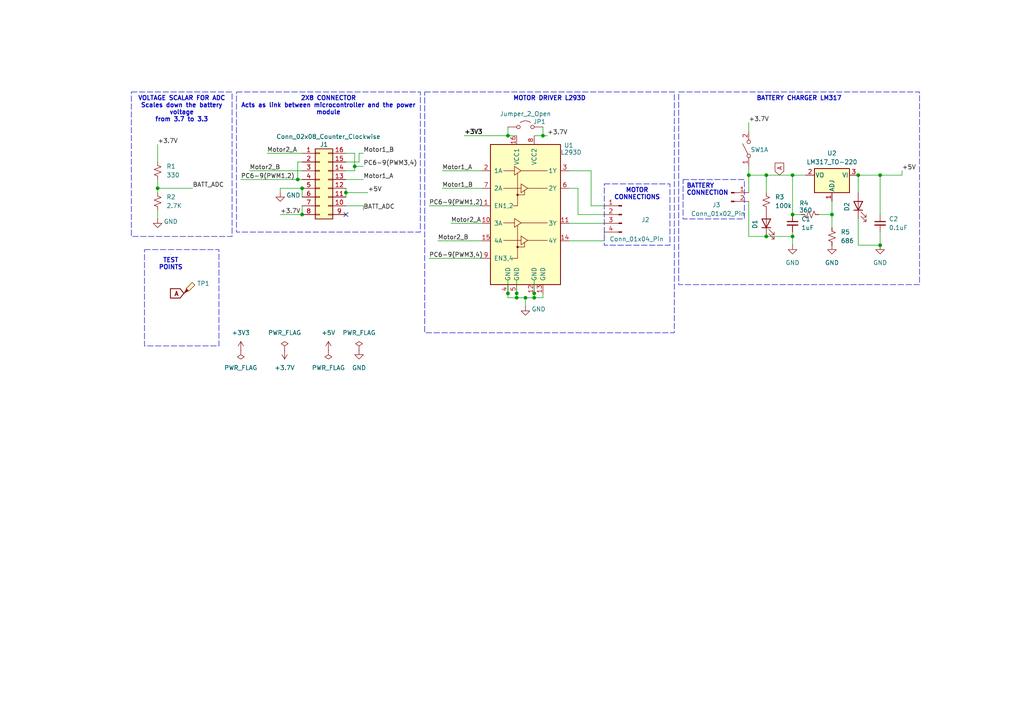
<source format=kicad_sch>
(kicad_sch
	(version 20231120)
	(generator "eeschema")
	(generator_version "8.0")
	(uuid "c7fa663d-a2b5-4d74-af20-9bf30bc5c9b2")
	(paper "A4")
	(title_block
		(title "Power Module for Micro-mouse project")
		(date "2024-03-23")
		(rev "V0")
		(comment 1 "Author: Rasekoai Mokose")
	)
	(lib_symbols
		(symbol "Connector:Conn_01x02_Pin"
			(pin_names
				(offset 1.016) hide)
			(exclude_from_sim no)
			(in_bom yes)
			(on_board yes)
			(property "Reference" "J"
				(at 0 2.54 0)
				(effects
					(font
						(size 1.27 1.27)
					)
				)
			)
			(property "Value" "Conn_01x02_Pin"
				(at 0 -5.08 0)
				(effects
					(font
						(size 1.27 1.27)
					)
				)
			)
			(property "Footprint" ""
				(at 0 0 0)
				(effects
					(font
						(size 1.27 1.27)
					)
					(hide yes)
				)
			)
			(property "Datasheet" "~"
				(at 0 0 0)
				(effects
					(font
						(size 1.27 1.27)
					)
					(hide yes)
				)
			)
			(property "Description" "Generic connector, single row, 01x02, script generated"
				(at 0 0 0)
				(effects
					(font
						(size 1.27 1.27)
					)
					(hide yes)
				)
			)
			(property "ki_locked" ""
				(at 0 0 0)
				(effects
					(font
						(size 1.27 1.27)
					)
				)
			)
			(property "ki_keywords" "connector"
				(at 0 0 0)
				(effects
					(font
						(size 1.27 1.27)
					)
					(hide yes)
				)
			)
			(property "ki_fp_filters" "Connector*:*_1x??_*"
				(at 0 0 0)
				(effects
					(font
						(size 1.27 1.27)
					)
					(hide yes)
				)
			)
			(symbol "Conn_01x02_Pin_1_1"
				(polyline
					(pts
						(xy 1.27 -2.54) (xy 0.8636 -2.54)
					)
					(stroke
						(width 0.1524)
						(type default)
					)
					(fill
						(type none)
					)
				)
				(polyline
					(pts
						(xy 1.27 0) (xy 0.8636 0)
					)
					(stroke
						(width 0.1524)
						(type default)
					)
					(fill
						(type none)
					)
				)
				(rectangle
					(start 0.8636 -2.413)
					(end 0 -2.667)
					(stroke
						(width 0.1524)
						(type default)
					)
					(fill
						(type outline)
					)
				)
				(rectangle
					(start 0.8636 0.127)
					(end 0 -0.127)
					(stroke
						(width 0.1524)
						(type default)
					)
					(fill
						(type outline)
					)
				)
				(pin passive line
					(at 5.08 0 180)
					(length 3.81)
					(name "Pin_1"
						(effects
							(font
								(size 1.27 1.27)
							)
						)
					)
					(number "1"
						(effects
							(font
								(size 1.27 1.27)
							)
						)
					)
				)
				(pin passive line
					(at 5.08 -2.54 180)
					(length 3.81)
					(name "Pin_2"
						(effects
							(font
								(size 1.27 1.27)
							)
						)
					)
					(number "2"
						(effects
							(font
								(size 1.27 1.27)
							)
						)
					)
				)
			)
		)
		(symbol "Connector:Conn_01x04_Pin"
			(pin_names
				(offset 1.016) hide)
			(exclude_from_sim no)
			(in_bom yes)
			(on_board yes)
			(property "Reference" "J"
				(at 0 5.08 0)
				(effects
					(font
						(size 1.27 1.27)
					)
				)
			)
			(property "Value" "Conn_01x04_Pin"
				(at 0 -7.62 0)
				(effects
					(font
						(size 1.27 1.27)
					)
				)
			)
			(property "Footprint" ""
				(at 0 0 0)
				(effects
					(font
						(size 1.27 1.27)
					)
					(hide yes)
				)
			)
			(property "Datasheet" "~"
				(at 0 0 0)
				(effects
					(font
						(size 1.27 1.27)
					)
					(hide yes)
				)
			)
			(property "Description" "Generic connector, single row, 01x04, script generated"
				(at 0 0 0)
				(effects
					(font
						(size 1.27 1.27)
					)
					(hide yes)
				)
			)
			(property "ki_locked" ""
				(at 0 0 0)
				(effects
					(font
						(size 1.27 1.27)
					)
				)
			)
			(property "ki_keywords" "connector"
				(at 0 0 0)
				(effects
					(font
						(size 1.27 1.27)
					)
					(hide yes)
				)
			)
			(property "ki_fp_filters" "Connector*:*_1x??_*"
				(at 0 0 0)
				(effects
					(font
						(size 1.27 1.27)
					)
					(hide yes)
				)
			)
			(symbol "Conn_01x04_Pin_1_1"
				(polyline
					(pts
						(xy 1.27 -5.08) (xy 0.8636 -5.08)
					)
					(stroke
						(width 0.1524)
						(type default)
					)
					(fill
						(type none)
					)
				)
				(polyline
					(pts
						(xy 1.27 -2.54) (xy 0.8636 -2.54)
					)
					(stroke
						(width 0.1524)
						(type default)
					)
					(fill
						(type none)
					)
				)
				(polyline
					(pts
						(xy 1.27 0) (xy 0.8636 0)
					)
					(stroke
						(width 0.1524)
						(type default)
					)
					(fill
						(type none)
					)
				)
				(polyline
					(pts
						(xy 1.27 2.54) (xy 0.8636 2.54)
					)
					(stroke
						(width 0.1524)
						(type default)
					)
					(fill
						(type none)
					)
				)
				(rectangle
					(start 0.8636 -4.953)
					(end 0 -5.207)
					(stroke
						(width 0.1524)
						(type default)
					)
					(fill
						(type outline)
					)
				)
				(rectangle
					(start 0.8636 -2.413)
					(end 0 -2.667)
					(stroke
						(width 0.1524)
						(type default)
					)
					(fill
						(type outline)
					)
				)
				(rectangle
					(start 0.8636 0.127)
					(end 0 -0.127)
					(stroke
						(width 0.1524)
						(type default)
					)
					(fill
						(type outline)
					)
				)
				(rectangle
					(start 0.8636 2.667)
					(end 0 2.413)
					(stroke
						(width 0.1524)
						(type default)
					)
					(fill
						(type outline)
					)
				)
				(pin passive line
					(at 5.08 2.54 180)
					(length 3.81)
					(name "Pin_1"
						(effects
							(font
								(size 1.27 1.27)
							)
						)
					)
					(number "1"
						(effects
							(font
								(size 1.27 1.27)
							)
						)
					)
				)
				(pin passive line
					(at 5.08 0 180)
					(length 3.81)
					(name "Pin_2"
						(effects
							(font
								(size 1.27 1.27)
							)
						)
					)
					(number "2"
						(effects
							(font
								(size 1.27 1.27)
							)
						)
					)
				)
				(pin passive line
					(at 5.08 -2.54 180)
					(length 3.81)
					(name "Pin_3"
						(effects
							(font
								(size 1.27 1.27)
							)
						)
					)
					(number "3"
						(effects
							(font
								(size 1.27 1.27)
							)
						)
					)
				)
				(pin passive line
					(at 5.08 -5.08 180)
					(length 3.81)
					(name "Pin_4"
						(effects
							(font
								(size 1.27 1.27)
							)
						)
					)
					(number "4"
						(effects
							(font
								(size 1.27 1.27)
							)
						)
					)
				)
			)
		)
		(symbol "Connector:TestPoint_Probe"
			(pin_numbers hide)
			(pin_names
				(offset 0.762) hide)
			(exclude_from_sim no)
			(in_bom yes)
			(on_board yes)
			(property "Reference" "TP"
				(at 1.651 5.842 0)
				(effects
					(font
						(size 1.27 1.27)
					)
				)
			)
			(property "Value" "TestPoint_Probe"
				(at 1.651 4.064 0)
				(effects
					(font
						(size 1.27 1.27)
					)
				)
			)
			(property "Footprint" ""
				(at 5.08 0 0)
				(effects
					(font
						(size 1.27 1.27)
					)
					(hide yes)
				)
			)
			(property "Datasheet" "~"
				(at 5.08 0 0)
				(effects
					(font
						(size 1.27 1.27)
					)
					(hide yes)
				)
			)
			(property "Description" "test point (alternative probe-style design)"
				(at 0 0 0)
				(effects
					(font
						(size 1.27 1.27)
					)
					(hide yes)
				)
			)
			(property "ki_keywords" "test point tp"
				(at 0 0 0)
				(effects
					(font
						(size 1.27 1.27)
					)
					(hide yes)
				)
			)
			(property "ki_fp_filters" "Pin* Test*"
				(at 0 0 0)
				(effects
					(font
						(size 1.27 1.27)
					)
					(hide yes)
				)
			)
			(symbol "TestPoint_Probe_0_1"
				(polyline
					(pts
						(xy 1.27 0.762) (xy 0 0) (xy 0.762 1.27) (xy 1.27 0.762)
					)
					(stroke
						(width 0)
						(type default)
					)
					(fill
						(type outline)
					)
				)
				(polyline
					(pts
						(xy 1.397 0.635) (xy 0.635 1.397) (xy 2.413 3.175) (xy 3.175 2.413) (xy 1.397 0.635)
					)
					(stroke
						(width 0)
						(type default)
					)
					(fill
						(type background)
					)
				)
			)
			(symbol "TestPoint_Probe_1_1"
				(pin passive line
					(at 0 0 90)
					(length 0)
					(name "1"
						(effects
							(font
								(size 1.27 1.27)
							)
						)
					)
					(number "1"
						(effects
							(font
								(size 1.27 1.27)
							)
						)
					)
				)
			)
		)
		(symbol "Connector_Generic:Conn_02x08_Counter_Clockwise"
			(pin_names
				(offset 1.016) hide)
			(exclude_from_sim no)
			(in_bom yes)
			(on_board yes)
			(property "Reference" "J"
				(at 1.27 10.16 0)
				(effects
					(font
						(size 1.27 1.27)
					)
				)
			)
			(property "Value" "Conn_02x08_Counter_Clockwise"
				(at 1.27 -12.7 0)
				(effects
					(font
						(size 1.27 1.27)
					)
				)
			)
			(property "Footprint" ""
				(at 0 0 0)
				(effects
					(font
						(size 1.27 1.27)
					)
					(hide yes)
				)
			)
			(property "Datasheet" "~"
				(at 0 0 0)
				(effects
					(font
						(size 1.27 1.27)
					)
					(hide yes)
				)
			)
			(property "Description" "Generic connector, double row, 02x08, counter clockwise pin numbering scheme (similar to DIP package numbering), script generated (kicad-library-utils/schlib/autogen/connector/)"
				(at 0 0 0)
				(effects
					(font
						(size 1.27 1.27)
					)
					(hide yes)
				)
			)
			(property "ki_keywords" "connector"
				(at 0 0 0)
				(effects
					(font
						(size 1.27 1.27)
					)
					(hide yes)
				)
			)
			(property "ki_fp_filters" "Connector*:*_2x??_*"
				(at 0 0 0)
				(effects
					(font
						(size 1.27 1.27)
					)
					(hide yes)
				)
			)
			(symbol "Conn_02x08_Counter_Clockwise_1_1"
				(rectangle
					(start -1.27 -10.033)
					(end 0 -10.287)
					(stroke
						(width 0.1524)
						(type default)
					)
					(fill
						(type none)
					)
				)
				(rectangle
					(start -1.27 -7.493)
					(end 0 -7.747)
					(stroke
						(width 0.1524)
						(type default)
					)
					(fill
						(type none)
					)
				)
				(rectangle
					(start -1.27 -4.953)
					(end 0 -5.207)
					(stroke
						(width 0.1524)
						(type default)
					)
					(fill
						(type none)
					)
				)
				(rectangle
					(start -1.27 -2.413)
					(end 0 -2.667)
					(stroke
						(width 0.1524)
						(type default)
					)
					(fill
						(type none)
					)
				)
				(rectangle
					(start -1.27 0.127)
					(end 0 -0.127)
					(stroke
						(width 0.1524)
						(type default)
					)
					(fill
						(type none)
					)
				)
				(rectangle
					(start -1.27 2.667)
					(end 0 2.413)
					(stroke
						(width 0.1524)
						(type default)
					)
					(fill
						(type none)
					)
				)
				(rectangle
					(start -1.27 5.207)
					(end 0 4.953)
					(stroke
						(width 0.1524)
						(type default)
					)
					(fill
						(type none)
					)
				)
				(rectangle
					(start -1.27 7.747)
					(end 0 7.493)
					(stroke
						(width 0.1524)
						(type default)
					)
					(fill
						(type none)
					)
				)
				(rectangle
					(start -1.27 8.89)
					(end 3.81 -11.43)
					(stroke
						(width 0.254)
						(type default)
					)
					(fill
						(type background)
					)
				)
				(rectangle
					(start 3.81 -10.033)
					(end 2.54 -10.287)
					(stroke
						(width 0.1524)
						(type default)
					)
					(fill
						(type none)
					)
				)
				(rectangle
					(start 3.81 -7.493)
					(end 2.54 -7.747)
					(stroke
						(width 0.1524)
						(type default)
					)
					(fill
						(type none)
					)
				)
				(rectangle
					(start 3.81 -4.953)
					(end 2.54 -5.207)
					(stroke
						(width 0.1524)
						(type default)
					)
					(fill
						(type none)
					)
				)
				(rectangle
					(start 3.81 -2.413)
					(end 2.54 -2.667)
					(stroke
						(width 0.1524)
						(type default)
					)
					(fill
						(type none)
					)
				)
				(rectangle
					(start 3.81 0.127)
					(end 2.54 -0.127)
					(stroke
						(width 0.1524)
						(type default)
					)
					(fill
						(type none)
					)
				)
				(rectangle
					(start 3.81 2.667)
					(end 2.54 2.413)
					(stroke
						(width 0.1524)
						(type default)
					)
					(fill
						(type none)
					)
				)
				(rectangle
					(start 3.81 5.207)
					(end 2.54 4.953)
					(stroke
						(width 0.1524)
						(type default)
					)
					(fill
						(type none)
					)
				)
				(rectangle
					(start 3.81 7.747)
					(end 2.54 7.493)
					(stroke
						(width 0.1524)
						(type default)
					)
					(fill
						(type none)
					)
				)
				(pin passive line
					(at -5.08 7.62 0)
					(length 3.81)
					(name "Pin_1"
						(effects
							(font
								(size 1.27 1.27)
							)
						)
					)
					(number "1"
						(effects
							(font
								(size 1.27 1.27)
							)
						)
					)
				)
				(pin passive line
					(at 7.62 -7.62 180)
					(length 3.81)
					(name "Pin_10"
						(effects
							(font
								(size 1.27 1.27)
							)
						)
					)
					(number "10"
						(effects
							(font
								(size 1.27 1.27)
							)
						)
					)
				)
				(pin passive line
					(at 7.62 -5.08 180)
					(length 3.81)
					(name "Pin_11"
						(effects
							(font
								(size 1.27 1.27)
							)
						)
					)
					(number "11"
						(effects
							(font
								(size 1.27 1.27)
							)
						)
					)
				)
				(pin passive line
					(at 7.62 -2.54 180)
					(length 3.81)
					(name "Pin_12"
						(effects
							(font
								(size 1.27 1.27)
							)
						)
					)
					(number "12"
						(effects
							(font
								(size 1.27 1.27)
							)
						)
					)
				)
				(pin passive line
					(at 7.62 0 180)
					(length 3.81)
					(name "Pin_13"
						(effects
							(font
								(size 1.27 1.27)
							)
						)
					)
					(number "13"
						(effects
							(font
								(size 1.27 1.27)
							)
						)
					)
				)
				(pin passive line
					(at 7.62 2.54 180)
					(length 3.81)
					(name "Pin_14"
						(effects
							(font
								(size 1.27 1.27)
							)
						)
					)
					(number "14"
						(effects
							(font
								(size 1.27 1.27)
							)
						)
					)
				)
				(pin passive line
					(at 7.62 5.08 180)
					(length 3.81)
					(name "Pin_15"
						(effects
							(font
								(size 1.27 1.27)
							)
						)
					)
					(number "15"
						(effects
							(font
								(size 1.27 1.27)
							)
						)
					)
				)
				(pin passive line
					(at 7.62 7.62 180)
					(length 3.81)
					(name "Pin_16"
						(effects
							(font
								(size 1.27 1.27)
							)
						)
					)
					(number "16"
						(effects
							(font
								(size 1.27 1.27)
							)
						)
					)
				)
				(pin passive line
					(at -5.08 5.08 0)
					(length 3.81)
					(name "Pin_2"
						(effects
							(font
								(size 1.27 1.27)
							)
						)
					)
					(number "2"
						(effects
							(font
								(size 1.27 1.27)
							)
						)
					)
				)
				(pin passive line
					(at -5.08 2.54 0)
					(length 3.81)
					(name "Pin_3"
						(effects
							(font
								(size 1.27 1.27)
							)
						)
					)
					(number "3"
						(effects
							(font
								(size 1.27 1.27)
							)
						)
					)
				)
				(pin passive line
					(at -5.08 0 0)
					(length 3.81)
					(name "Pin_4"
						(effects
							(font
								(size 1.27 1.27)
							)
						)
					)
					(number "4"
						(effects
							(font
								(size 1.27 1.27)
							)
						)
					)
				)
				(pin passive line
					(at -5.08 -2.54 0)
					(length 3.81)
					(name "Pin_5"
						(effects
							(font
								(size 1.27 1.27)
							)
						)
					)
					(number "5"
						(effects
							(font
								(size 1.27 1.27)
							)
						)
					)
				)
				(pin passive line
					(at -5.08 -5.08 0)
					(length 3.81)
					(name "Pin_6"
						(effects
							(font
								(size 1.27 1.27)
							)
						)
					)
					(number "6"
						(effects
							(font
								(size 1.27 1.27)
							)
						)
					)
				)
				(pin passive line
					(at -5.08 -7.62 0)
					(length 3.81)
					(name "Pin_7"
						(effects
							(font
								(size 1.27 1.27)
							)
						)
					)
					(number "7"
						(effects
							(font
								(size 1.27 1.27)
							)
						)
					)
				)
				(pin passive line
					(at -5.08 -10.16 0)
					(length 3.81)
					(name "Pin_8"
						(effects
							(font
								(size 1.27 1.27)
							)
						)
					)
					(number "8"
						(effects
							(font
								(size 1.27 1.27)
							)
						)
					)
				)
				(pin passive line
					(at 7.62 -10.16 180)
					(length 3.81)
					(name "Pin_9"
						(effects
							(font
								(size 1.27 1.27)
							)
						)
					)
					(number "9"
						(effects
							(font
								(size 1.27 1.27)
							)
						)
					)
				)
			)
		)
		(symbol "Device:C_Small"
			(pin_numbers hide)
			(pin_names
				(offset 0.254) hide)
			(exclude_from_sim no)
			(in_bom yes)
			(on_board yes)
			(property "Reference" "C"
				(at 0.254 1.778 0)
				(effects
					(font
						(size 1.27 1.27)
					)
					(justify left)
				)
			)
			(property "Value" "C_Small"
				(at 0.254 -2.032 0)
				(effects
					(font
						(size 1.27 1.27)
					)
					(justify left)
				)
			)
			(property "Footprint" ""
				(at 0 0 0)
				(effects
					(font
						(size 1.27 1.27)
					)
					(hide yes)
				)
			)
			(property "Datasheet" "~"
				(at 0 0 0)
				(effects
					(font
						(size 1.27 1.27)
					)
					(hide yes)
				)
			)
			(property "Description" "Unpolarized capacitor, small symbol"
				(at 0 0 0)
				(effects
					(font
						(size 1.27 1.27)
					)
					(hide yes)
				)
			)
			(property "ki_keywords" "capacitor cap"
				(at 0 0 0)
				(effects
					(font
						(size 1.27 1.27)
					)
					(hide yes)
				)
			)
			(property "ki_fp_filters" "C_*"
				(at 0 0 0)
				(effects
					(font
						(size 1.27 1.27)
					)
					(hide yes)
				)
			)
			(symbol "C_Small_0_1"
				(polyline
					(pts
						(xy -1.524 -0.508) (xy 1.524 -0.508)
					)
					(stroke
						(width 0.3302)
						(type default)
					)
					(fill
						(type none)
					)
				)
				(polyline
					(pts
						(xy -1.524 0.508) (xy 1.524 0.508)
					)
					(stroke
						(width 0.3048)
						(type default)
					)
					(fill
						(type none)
					)
				)
			)
			(symbol "C_Small_1_1"
				(pin passive line
					(at 0 2.54 270)
					(length 2.032)
					(name "~"
						(effects
							(font
								(size 1.27 1.27)
							)
						)
					)
					(number "1"
						(effects
							(font
								(size 1.27 1.27)
							)
						)
					)
				)
				(pin passive line
					(at 0 -2.54 90)
					(length 2.032)
					(name "~"
						(effects
							(font
								(size 1.27 1.27)
							)
						)
					)
					(number "2"
						(effects
							(font
								(size 1.27 1.27)
							)
						)
					)
				)
			)
		)
		(symbol "Device:LED"
			(pin_numbers hide)
			(pin_names
				(offset 1.016) hide)
			(exclude_from_sim no)
			(in_bom yes)
			(on_board yes)
			(property "Reference" "D"
				(at 0 2.54 0)
				(effects
					(font
						(size 1.27 1.27)
					)
				)
			)
			(property "Value" "LED"
				(at 0 -2.54 0)
				(effects
					(font
						(size 1.27 1.27)
					)
				)
			)
			(property "Footprint" ""
				(at 0 0 0)
				(effects
					(font
						(size 1.27 1.27)
					)
					(hide yes)
				)
			)
			(property "Datasheet" "~"
				(at 0 0 0)
				(effects
					(font
						(size 1.27 1.27)
					)
					(hide yes)
				)
			)
			(property "Description" "Light emitting diode"
				(at 0 0 0)
				(effects
					(font
						(size 1.27 1.27)
					)
					(hide yes)
				)
			)
			(property "ki_keywords" "LED diode"
				(at 0 0 0)
				(effects
					(font
						(size 1.27 1.27)
					)
					(hide yes)
				)
			)
			(property "ki_fp_filters" "LED* LED_SMD:* LED_THT:*"
				(at 0 0 0)
				(effects
					(font
						(size 1.27 1.27)
					)
					(hide yes)
				)
			)
			(symbol "LED_0_1"
				(polyline
					(pts
						(xy -1.27 -1.27) (xy -1.27 1.27)
					)
					(stroke
						(width 0.254)
						(type default)
					)
					(fill
						(type none)
					)
				)
				(polyline
					(pts
						(xy -1.27 0) (xy 1.27 0)
					)
					(stroke
						(width 0)
						(type default)
					)
					(fill
						(type none)
					)
				)
				(polyline
					(pts
						(xy 1.27 -1.27) (xy 1.27 1.27) (xy -1.27 0) (xy 1.27 -1.27)
					)
					(stroke
						(width 0.254)
						(type default)
					)
					(fill
						(type none)
					)
				)
				(polyline
					(pts
						(xy -3.048 -0.762) (xy -4.572 -2.286) (xy -3.81 -2.286) (xy -4.572 -2.286) (xy -4.572 -1.524)
					)
					(stroke
						(width 0)
						(type default)
					)
					(fill
						(type none)
					)
				)
				(polyline
					(pts
						(xy -1.778 -0.762) (xy -3.302 -2.286) (xy -2.54 -2.286) (xy -3.302 -2.286) (xy -3.302 -1.524)
					)
					(stroke
						(width 0)
						(type default)
					)
					(fill
						(type none)
					)
				)
			)
			(symbol "LED_1_1"
				(pin passive line
					(at -3.81 0 0)
					(length 2.54)
					(name "K"
						(effects
							(font
								(size 1.27 1.27)
							)
						)
					)
					(number "1"
						(effects
							(font
								(size 1.27 1.27)
							)
						)
					)
				)
				(pin passive line
					(at 3.81 0 180)
					(length 2.54)
					(name "A"
						(effects
							(font
								(size 1.27 1.27)
							)
						)
					)
					(number "2"
						(effects
							(font
								(size 1.27 1.27)
							)
						)
					)
				)
			)
		)
		(symbol "Device:R_Small_US"
			(pin_numbers hide)
			(pin_names
				(offset 0.254) hide)
			(exclude_from_sim no)
			(in_bom yes)
			(on_board yes)
			(property "Reference" "R"
				(at 0.762 0.508 0)
				(effects
					(font
						(size 1.27 1.27)
					)
					(justify left)
				)
			)
			(property "Value" "R_Small_US"
				(at 0.762 -1.016 0)
				(effects
					(font
						(size 1.27 1.27)
					)
					(justify left)
				)
			)
			(property "Footprint" ""
				(at 0 0 0)
				(effects
					(font
						(size 1.27 1.27)
					)
					(hide yes)
				)
			)
			(property "Datasheet" "~"
				(at 0 0 0)
				(effects
					(font
						(size 1.27 1.27)
					)
					(hide yes)
				)
			)
			(property "Description" "Resistor, small US symbol"
				(at 0 0 0)
				(effects
					(font
						(size 1.27 1.27)
					)
					(hide yes)
				)
			)
			(property "ki_keywords" "r resistor"
				(at 0 0 0)
				(effects
					(font
						(size 1.27 1.27)
					)
					(hide yes)
				)
			)
			(property "ki_fp_filters" "R_*"
				(at 0 0 0)
				(effects
					(font
						(size 1.27 1.27)
					)
					(hide yes)
				)
			)
			(symbol "R_Small_US_1_1"
				(polyline
					(pts
						(xy 0 0) (xy 1.016 -0.381) (xy 0 -0.762) (xy -1.016 -1.143) (xy 0 -1.524)
					)
					(stroke
						(width 0)
						(type default)
					)
					(fill
						(type none)
					)
				)
				(polyline
					(pts
						(xy 0 1.524) (xy 1.016 1.143) (xy 0 0.762) (xy -1.016 0.381) (xy 0 0)
					)
					(stroke
						(width 0)
						(type default)
					)
					(fill
						(type none)
					)
				)
				(pin passive line
					(at 0 2.54 270)
					(length 1.016)
					(name "~"
						(effects
							(font
								(size 1.27 1.27)
							)
						)
					)
					(number "1"
						(effects
							(font
								(size 1.27 1.27)
							)
						)
					)
				)
				(pin passive line
					(at 0 -2.54 90)
					(length 1.016)
					(name "~"
						(effects
							(font
								(size 1.27 1.27)
							)
						)
					)
					(number "2"
						(effects
							(font
								(size 1.27 1.27)
							)
						)
					)
				)
			)
		)
		(symbol "Driver_Motor:L293D"
			(pin_names
				(offset 1.016)
			)
			(exclude_from_sim no)
			(in_bom yes)
			(on_board yes)
			(property "Reference" "U"
				(at -5.08 26.035 0)
				(effects
					(font
						(size 1.27 1.27)
					)
					(justify right)
				)
			)
			(property "Value" "L293D"
				(at -5.08 24.13 0)
				(effects
					(font
						(size 1.27 1.27)
					)
					(justify right)
				)
			)
			(property "Footprint" "Package_DIP:DIP-16_W7.62mm"
				(at 6.35 -19.05 0)
				(effects
					(font
						(size 1.27 1.27)
					)
					(justify left)
					(hide yes)
				)
			)
			(property "Datasheet" "http://www.ti.com/lit/ds/symlink/l293.pdf"
				(at -7.62 17.78 0)
				(effects
					(font
						(size 1.27 1.27)
					)
					(hide yes)
				)
			)
			(property "Description" "Quadruple Half-H Drivers"
				(at 0 0 0)
				(effects
					(font
						(size 1.27 1.27)
					)
					(hide yes)
				)
			)
			(property "ki_keywords" "Half-H Driver Motor"
				(at 0 0 0)
				(effects
					(font
						(size 1.27 1.27)
					)
					(hide yes)
				)
			)
			(property "ki_fp_filters" "DIP*W7.62mm*"
				(at 0 0 0)
				(effects
					(font
						(size 1.27 1.27)
					)
					(hide yes)
				)
			)
			(symbol "L293D_0_1"
				(rectangle
					(start -10.16 22.86)
					(end 10.16 -17.78)
					(stroke
						(width 0.254)
						(type default)
					)
					(fill
						(type background)
					)
				)
				(circle
					(center -2.286 -6.858)
					(radius 0.254)
					(stroke
						(width 0)
						(type default)
					)
					(fill
						(type outline)
					)
				)
				(circle
					(center -2.286 8.255)
					(radius 0.254)
					(stroke
						(width 0)
						(type default)
					)
					(fill
						(type outline)
					)
				)
				(polyline
					(pts
						(xy -6.35 -4.953) (xy -1.27 -4.953)
					)
					(stroke
						(width 0)
						(type default)
					)
					(fill
						(type none)
					)
				)
				(polyline
					(pts
						(xy -6.35 0.127) (xy -3.175 0.127)
					)
					(stroke
						(width 0)
						(type default)
					)
					(fill
						(type none)
					)
				)
				(polyline
					(pts
						(xy -6.35 10.16) (xy -1.27 10.16)
					)
					(stroke
						(width 0)
						(type default)
					)
					(fill
						(type none)
					)
				)
				(polyline
					(pts
						(xy -6.35 15.24) (xy -3.175 15.24)
					)
					(stroke
						(width 0)
						(type default)
					)
					(fill
						(type none)
					)
				)
				(polyline
					(pts
						(xy -1.27 0.127) (xy 6.35 0.127)
					)
					(stroke
						(width 0)
						(type default)
					)
					(fill
						(type none)
					)
				)
				(polyline
					(pts
						(xy -1.27 15.24) (xy 6.35 15.24)
					)
					(stroke
						(width 0)
						(type default)
					)
					(fill
						(type none)
					)
				)
				(polyline
					(pts
						(xy 0.635 -4.953) (xy 6.35 -4.953)
					)
					(stroke
						(width 0)
						(type default)
					)
					(fill
						(type none)
					)
				)
				(polyline
					(pts
						(xy 0.635 10.16) (xy 6.35 10.16)
					)
					(stroke
						(width 0)
						(type default)
					)
					(fill
						(type none)
					)
				)
				(polyline
					(pts
						(xy -2.286 -6.858) (xy -0.254 -6.858) (xy -0.254 -5.588)
					)
					(stroke
						(width 0)
						(type default)
					)
					(fill
						(type none)
					)
				)
				(polyline
					(pts
						(xy -2.286 -0.635) (xy -2.286 -10.16) (xy -3.556 -10.16)
					)
					(stroke
						(width 0)
						(type default)
					)
					(fill
						(type none)
					)
				)
				(polyline
					(pts
						(xy -2.286 8.255) (xy -0.254 8.255) (xy -0.254 9.525)
					)
					(stroke
						(width 0)
						(type default)
					)
					(fill
						(type none)
					)
				)
				(polyline
					(pts
						(xy -2.286 14.478) (xy -2.286 5.08) (xy -3.556 5.08)
					)
					(stroke
						(width 0)
						(type default)
					)
					(fill
						(type none)
					)
				)
				(polyline
					(pts
						(xy -3.175 1.397) (xy -3.175 -1.143) (xy -1.27 0.127) (xy -3.175 1.397)
					)
					(stroke
						(width 0)
						(type default)
					)
					(fill
						(type none)
					)
				)
				(polyline
					(pts
						(xy -3.175 16.51) (xy -3.175 13.97) (xy -1.27 15.24) (xy -3.175 16.51)
					)
					(stroke
						(width 0)
						(type default)
					)
					(fill
						(type none)
					)
				)
				(polyline
					(pts
						(xy -1.27 -3.683) (xy -1.27 -6.223) (xy 0.635 -4.953) (xy -1.27 -3.683)
					)
					(stroke
						(width 0)
						(type default)
					)
					(fill
						(type none)
					)
				)
				(polyline
					(pts
						(xy -1.27 11.43) (xy -1.27 8.89) (xy 0.635 10.16) (xy -1.27 11.43)
					)
					(stroke
						(width 0)
						(type default)
					)
					(fill
						(type none)
					)
				)
			)
			(symbol "L293D_1_1"
				(pin input line
					(at -12.7 5.08 0)
					(length 2.54)
					(name "EN1,2"
						(effects
							(font
								(size 1.27 1.27)
							)
						)
					)
					(number "1"
						(effects
							(font
								(size 1.27 1.27)
							)
						)
					)
				)
				(pin input line
					(at -12.7 0 0)
					(length 2.54)
					(name "3A"
						(effects
							(font
								(size 1.27 1.27)
							)
						)
					)
					(number "10"
						(effects
							(font
								(size 1.27 1.27)
							)
						)
					)
				)
				(pin output line
					(at 12.7 0 180)
					(length 2.54)
					(name "3Y"
						(effects
							(font
								(size 1.27 1.27)
							)
						)
					)
					(number "11"
						(effects
							(font
								(size 1.27 1.27)
							)
						)
					)
				)
				(pin power_in line
					(at 2.54 -20.32 90)
					(length 2.54)
					(name "GND"
						(effects
							(font
								(size 1.27 1.27)
							)
						)
					)
					(number "12"
						(effects
							(font
								(size 1.27 1.27)
							)
						)
					)
				)
				(pin power_in line
					(at 5.08 -20.32 90)
					(length 2.54)
					(name "GND"
						(effects
							(font
								(size 1.27 1.27)
							)
						)
					)
					(number "13"
						(effects
							(font
								(size 1.27 1.27)
							)
						)
					)
				)
				(pin output line
					(at 12.7 -5.08 180)
					(length 2.54)
					(name "4Y"
						(effects
							(font
								(size 1.27 1.27)
							)
						)
					)
					(number "14"
						(effects
							(font
								(size 1.27 1.27)
							)
						)
					)
				)
				(pin input line
					(at -12.7 -5.08 0)
					(length 2.54)
					(name "4A"
						(effects
							(font
								(size 1.27 1.27)
							)
						)
					)
					(number "15"
						(effects
							(font
								(size 1.27 1.27)
							)
						)
					)
				)
				(pin power_in line
					(at -2.54 25.4 270)
					(length 2.54)
					(name "VCC1"
						(effects
							(font
								(size 1.27 1.27)
							)
						)
					)
					(number "16"
						(effects
							(font
								(size 1.27 1.27)
							)
						)
					)
				)
				(pin input line
					(at -12.7 15.24 0)
					(length 2.54)
					(name "1A"
						(effects
							(font
								(size 1.27 1.27)
							)
						)
					)
					(number "2"
						(effects
							(font
								(size 1.27 1.27)
							)
						)
					)
				)
				(pin output line
					(at 12.7 15.24 180)
					(length 2.54)
					(name "1Y"
						(effects
							(font
								(size 1.27 1.27)
							)
						)
					)
					(number "3"
						(effects
							(font
								(size 1.27 1.27)
							)
						)
					)
				)
				(pin power_in line
					(at -5.08 -20.32 90)
					(length 2.54)
					(name "GND"
						(effects
							(font
								(size 1.27 1.27)
							)
						)
					)
					(number "4"
						(effects
							(font
								(size 1.27 1.27)
							)
						)
					)
				)
				(pin power_in line
					(at -2.54 -20.32 90)
					(length 2.54)
					(name "GND"
						(effects
							(font
								(size 1.27 1.27)
							)
						)
					)
					(number "5"
						(effects
							(font
								(size 1.27 1.27)
							)
						)
					)
				)
				(pin output line
					(at 12.7 10.16 180)
					(length 2.54)
					(name "2Y"
						(effects
							(font
								(size 1.27 1.27)
							)
						)
					)
					(number "6"
						(effects
							(font
								(size 1.27 1.27)
							)
						)
					)
				)
				(pin input line
					(at -12.7 10.16 0)
					(length 2.54)
					(name "2A"
						(effects
							(font
								(size 1.27 1.27)
							)
						)
					)
					(number "7"
						(effects
							(font
								(size 1.27 1.27)
							)
						)
					)
				)
				(pin power_in line
					(at 2.54 25.4 270)
					(length 2.54)
					(name "VCC2"
						(effects
							(font
								(size 1.27 1.27)
							)
						)
					)
					(number "8"
						(effects
							(font
								(size 1.27 1.27)
							)
						)
					)
				)
				(pin input line
					(at -12.7 -10.16 0)
					(length 2.54)
					(name "EN3,4"
						(effects
							(font
								(size 1.27 1.27)
							)
						)
					)
					(number "9"
						(effects
							(font
								(size 1.27 1.27)
							)
						)
					)
				)
			)
		)
		(symbol "Jumper:Jumper_2_Open"
			(pin_numbers hide)
			(pin_names
				(offset 0) hide)
			(exclude_from_sim yes)
			(in_bom yes)
			(on_board yes)
			(property "Reference" "JP"
				(at 0 2.794 0)
				(effects
					(font
						(size 1.27 1.27)
					)
				)
			)
			(property "Value" "Jumper_2_Open"
				(at 0 -2.286 0)
				(effects
					(font
						(size 1.27 1.27)
					)
				)
			)
			(property "Footprint" ""
				(at 0 0 0)
				(effects
					(font
						(size 1.27 1.27)
					)
					(hide yes)
				)
			)
			(property "Datasheet" "~"
				(at 0 0 0)
				(effects
					(font
						(size 1.27 1.27)
					)
					(hide yes)
				)
			)
			(property "Description" "Jumper, 2-pole, open"
				(at 0 0 0)
				(effects
					(font
						(size 1.27 1.27)
					)
					(hide yes)
				)
			)
			(property "ki_keywords" "Jumper SPST"
				(at 0 0 0)
				(effects
					(font
						(size 1.27 1.27)
					)
					(hide yes)
				)
			)
			(property "ki_fp_filters" "Jumper* TestPoint*2Pads* TestPoint*Bridge*"
				(at 0 0 0)
				(effects
					(font
						(size 1.27 1.27)
					)
					(hide yes)
				)
			)
			(symbol "Jumper_2_Open_0_0"
				(circle
					(center -2.032 0)
					(radius 0.508)
					(stroke
						(width 0)
						(type default)
					)
					(fill
						(type none)
					)
				)
				(circle
					(center 2.032 0)
					(radius 0.508)
					(stroke
						(width 0)
						(type default)
					)
					(fill
						(type none)
					)
				)
			)
			(symbol "Jumper_2_Open_0_1"
				(arc
					(start 1.524 1.27)
					(mid 0 1.778)
					(end -1.524 1.27)
					(stroke
						(width 0)
						(type default)
					)
					(fill
						(type none)
					)
				)
			)
			(symbol "Jumper_2_Open_1_1"
				(pin passive line
					(at -5.08 0 0)
					(length 2.54)
					(name "A"
						(effects
							(font
								(size 1.27 1.27)
							)
						)
					)
					(number "1"
						(effects
							(font
								(size 1.27 1.27)
							)
						)
					)
				)
				(pin passive line
					(at 5.08 0 180)
					(length 2.54)
					(name "B"
						(effects
							(font
								(size 1.27 1.27)
							)
						)
					)
					(number "2"
						(effects
							(font
								(size 1.27 1.27)
							)
						)
					)
				)
			)
		)
		(symbol "Regulator_Linear:LM317_TO-220"
			(pin_names
				(offset 0.254)
			)
			(exclude_from_sim no)
			(in_bom yes)
			(on_board yes)
			(property "Reference" "U"
				(at -3.81 3.175 0)
				(effects
					(font
						(size 1.27 1.27)
					)
				)
			)
			(property "Value" "LM317_TO-220"
				(at 0 3.175 0)
				(effects
					(font
						(size 1.27 1.27)
					)
					(justify left)
				)
			)
			(property "Footprint" "Package_TO_SOT_THT:TO-220-3_Vertical"
				(at 0 6.35 0)
				(effects
					(font
						(size 1.27 1.27)
						(italic yes)
					)
					(hide yes)
				)
			)
			(property "Datasheet" "http://www.ti.com/lit/ds/symlink/lm317.pdf"
				(at 0 0 0)
				(effects
					(font
						(size 1.27 1.27)
					)
					(hide yes)
				)
			)
			(property "Description" "1.5A 35V Adjustable Linear Regulator, TO-220"
				(at 0 0 0)
				(effects
					(font
						(size 1.27 1.27)
					)
					(hide yes)
				)
			)
			(property "ki_keywords" "Adjustable Voltage Regulator 1A Positive"
				(at 0 0 0)
				(effects
					(font
						(size 1.27 1.27)
					)
					(hide yes)
				)
			)
			(property "ki_fp_filters" "TO?220*"
				(at 0 0 0)
				(effects
					(font
						(size 1.27 1.27)
					)
					(hide yes)
				)
			)
			(symbol "LM317_TO-220_0_1"
				(rectangle
					(start -5.08 1.905)
					(end 5.08 -5.08)
					(stroke
						(width 0.254)
						(type default)
					)
					(fill
						(type background)
					)
				)
			)
			(symbol "LM317_TO-220_1_1"
				(pin input line
					(at 0 -7.62 90)
					(length 2.54)
					(name "ADJ"
						(effects
							(font
								(size 1.27 1.27)
							)
						)
					)
					(number "1"
						(effects
							(font
								(size 1.27 1.27)
							)
						)
					)
				)
				(pin power_out line
					(at 7.62 0 180)
					(length 2.54)
					(name "VO"
						(effects
							(font
								(size 1.27 1.27)
							)
						)
					)
					(number "2"
						(effects
							(font
								(size 1.27 1.27)
							)
						)
					)
				)
				(pin power_in line
					(at -7.62 0 0)
					(length 2.54)
					(name "VI"
						(effects
							(font
								(size 1.27 1.27)
							)
						)
					)
					(number "3"
						(effects
							(font
								(size 1.27 1.27)
							)
						)
					)
				)
			)
		)
		(symbol "Switch:SW_DPST_x2"
			(pin_names
				(offset 0) hide)
			(exclude_from_sim no)
			(in_bom yes)
			(on_board yes)
			(property "Reference" "SW"
				(at 0 3.175 0)
				(effects
					(font
						(size 1.27 1.27)
					)
				)
			)
			(property "Value" "SW_DPST_x2"
				(at 0 -2.54 0)
				(effects
					(font
						(size 1.27 1.27)
					)
				)
			)
			(property "Footprint" ""
				(at 0 0 0)
				(effects
					(font
						(size 1.27 1.27)
					)
					(hide yes)
				)
			)
			(property "Datasheet" "~"
				(at 0 0 0)
				(effects
					(font
						(size 1.27 1.27)
					)
					(hide yes)
				)
			)
			(property "Description" "Single Pole Single Throw (SPST) switch, separate symbol"
				(at 0 0 0)
				(effects
					(font
						(size 1.27 1.27)
					)
					(hide yes)
				)
			)
			(property "ki_keywords" "switch lever"
				(at 0 0 0)
				(effects
					(font
						(size 1.27 1.27)
					)
					(hide yes)
				)
			)
			(symbol "SW_DPST_x2_0_0"
				(circle
					(center -2.032 0)
					(radius 0.508)
					(stroke
						(width 0)
						(type default)
					)
					(fill
						(type none)
					)
				)
				(polyline
					(pts
						(xy -1.524 0.254) (xy 1.524 1.778)
					)
					(stroke
						(width 0)
						(type default)
					)
					(fill
						(type none)
					)
				)
				(circle
					(center 2.032 0)
					(radius 0.508)
					(stroke
						(width 0)
						(type default)
					)
					(fill
						(type none)
					)
				)
			)
			(symbol "SW_DPST_x2_1_1"
				(pin passive line
					(at -5.08 0 0)
					(length 2.54)
					(name "A"
						(effects
							(font
								(size 1.27 1.27)
							)
						)
					)
					(number "1"
						(effects
							(font
								(size 1.27 1.27)
							)
						)
					)
				)
				(pin passive line
					(at 5.08 0 180)
					(length 2.54)
					(name "B"
						(effects
							(font
								(size 1.27 1.27)
							)
						)
					)
					(number "2"
						(effects
							(font
								(size 1.27 1.27)
							)
						)
					)
				)
			)
			(symbol "SW_DPST_x2_2_1"
				(pin passive line
					(at -5.08 0 0)
					(length 2.54)
					(name "A"
						(effects
							(font
								(size 1.27 1.27)
							)
						)
					)
					(number "3"
						(effects
							(font
								(size 1.27 1.27)
							)
						)
					)
				)
				(pin passive line
					(at 5.08 0 180)
					(length 2.54)
					(name "B"
						(effects
							(font
								(size 1.27 1.27)
							)
						)
					)
					(number "4"
						(effects
							(font
								(size 1.27 1.27)
							)
						)
					)
				)
			)
		)
		(symbol "power:+3V3"
			(power)
			(pin_numbers hide)
			(pin_names
				(offset 0) hide)
			(exclude_from_sim no)
			(in_bom yes)
			(on_board yes)
			(property "Reference" "#PWR"
				(at 0 -3.81 0)
				(effects
					(font
						(size 1.27 1.27)
					)
					(hide yes)
				)
			)
			(property "Value" "+3V3"
				(at 0 3.556 0)
				(effects
					(font
						(size 1.27 1.27)
					)
				)
			)
			(property "Footprint" ""
				(at 0 0 0)
				(effects
					(font
						(size 1.27 1.27)
					)
					(hide yes)
				)
			)
			(property "Datasheet" ""
				(at 0 0 0)
				(effects
					(font
						(size 1.27 1.27)
					)
					(hide yes)
				)
			)
			(property "Description" "Power symbol creates a global label with name \"+3V3\""
				(at 0 0 0)
				(effects
					(font
						(size 1.27 1.27)
					)
					(hide yes)
				)
			)
			(property "ki_keywords" "global power"
				(at 0 0 0)
				(effects
					(font
						(size 1.27 1.27)
					)
					(hide yes)
				)
			)
			(symbol "+3V3_0_1"
				(polyline
					(pts
						(xy -0.762 1.27) (xy 0 2.54)
					)
					(stroke
						(width 0)
						(type default)
					)
					(fill
						(type none)
					)
				)
				(polyline
					(pts
						(xy 0 0) (xy 0 2.54)
					)
					(stroke
						(width 0)
						(type default)
					)
					(fill
						(type none)
					)
				)
				(polyline
					(pts
						(xy 0 2.54) (xy 0.762 1.27)
					)
					(stroke
						(width 0)
						(type default)
					)
					(fill
						(type none)
					)
				)
			)
			(symbol "+3V3_1_1"
				(pin power_in line
					(at 0 0 90)
					(length 0)
					(name "~"
						(effects
							(font
								(size 1.27 1.27)
							)
						)
					)
					(number "1"
						(effects
							(font
								(size 1.27 1.27)
							)
						)
					)
				)
			)
		)
		(symbol "power:GND"
			(power)
			(pin_numbers hide)
			(pin_names
				(offset 0) hide)
			(exclude_from_sim no)
			(in_bom yes)
			(on_board yes)
			(property "Reference" "#PWR"
				(at 0 -6.35 0)
				(effects
					(font
						(size 1.27 1.27)
					)
					(hide yes)
				)
			)
			(property "Value" "GND"
				(at 0 -3.81 0)
				(effects
					(font
						(size 1.27 1.27)
					)
				)
			)
			(property "Footprint" ""
				(at 0 0 0)
				(effects
					(font
						(size 1.27 1.27)
					)
					(hide yes)
				)
			)
			(property "Datasheet" ""
				(at 0 0 0)
				(effects
					(font
						(size 1.27 1.27)
					)
					(hide yes)
				)
			)
			(property "Description" "Power symbol creates a global label with name \"GND\" , ground"
				(at 0 0 0)
				(effects
					(font
						(size 1.27 1.27)
					)
					(hide yes)
				)
			)
			(property "ki_keywords" "global power"
				(at 0 0 0)
				(effects
					(font
						(size 1.27 1.27)
					)
					(hide yes)
				)
			)
			(symbol "GND_0_1"
				(polyline
					(pts
						(xy 0 0) (xy 0 -1.27) (xy 1.27 -1.27) (xy 0 -2.54) (xy -1.27 -1.27) (xy 0 -1.27)
					)
					(stroke
						(width 0)
						(type default)
					)
					(fill
						(type none)
					)
				)
			)
			(symbol "GND_1_1"
				(pin power_in line
					(at 0 0 270)
					(length 0)
					(name "~"
						(effects
							(font
								(size 1.27 1.27)
							)
						)
					)
					(number "1"
						(effects
							(font
								(size 1.27 1.27)
							)
						)
					)
				)
			)
		)
		(symbol "power:PWR_FLAG"
			(power)
			(pin_numbers hide)
			(pin_names
				(offset 0) hide)
			(exclude_from_sim no)
			(in_bom yes)
			(on_board yes)
			(property "Reference" "#FLG"
				(at 0 1.905 0)
				(effects
					(font
						(size 1.27 1.27)
					)
					(hide yes)
				)
			)
			(property "Value" "PWR_FLAG"
				(at 0 3.81 0)
				(effects
					(font
						(size 1.27 1.27)
					)
				)
			)
			(property "Footprint" ""
				(at 0 0 0)
				(effects
					(font
						(size 1.27 1.27)
					)
					(hide yes)
				)
			)
			(property "Datasheet" "~"
				(at 0 0 0)
				(effects
					(font
						(size 1.27 1.27)
					)
					(hide yes)
				)
			)
			(property "Description" "Special symbol for telling ERC where power comes from"
				(at 0 0 0)
				(effects
					(font
						(size 1.27 1.27)
					)
					(hide yes)
				)
			)
			(property "ki_keywords" "flag power"
				(at 0 0 0)
				(effects
					(font
						(size 1.27 1.27)
					)
					(hide yes)
				)
			)
			(symbol "PWR_FLAG_0_0"
				(pin power_out line
					(at 0 0 90)
					(length 0)
					(name "~"
						(effects
							(font
								(size 1.27 1.27)
							)
						)
					)
					(number "1"
						(effects
							(font
								(size 1.27 1.27)
							)
						)
					)
				)
			)
			(symbol "PWR_FLAG_0_1"
				(polyline
					(pts
						(xy 0 0) (xy 0 1.27) (xy -1.016 1.905) (xy 0 2.54) (xy 1.016 1.905) (xy 0 1.27)
					)
					(stroke
						(width 0)
						(type default)
					)
					(fill
						(type none)
					)
				)
			)
		)
	)
	(junction
		(at 248.92 50.8)
		(diameter 0)
		(color 0 0 0 0)
		(uuid "0ead72f8-6d16-47e0-9612-748feaa5341f")
	)
	(junction
		(at 229.87 50.8)
		(diameter 0)
		(color 0 0 0 0)
		(uuid "231b12cf-bbd3-4532-a020-d0849dd7db6a")
	)
	(junction
		(at 241.3 62.23)
		(diameter 0)
		(color 0 0 0 0)
		(uuid "2a02b701-8334-453a-a44a-bb7a3b1ea73c")
	)
	(junction
		(at 222.25 50.8)
		(diameter 0)
		(color 0 0 0 0)
		(uuid "2d69bfac-836d-49f6-82b5-fe194100d323")
	)
	(junction
		(at 229.87 68.58)
		(diameter 0)
		(color 0 0 0 0)
		(uuid "35f23e23-2b09-41a3-8cb3-c135df3031dc")
	)
	(junction
		(at 255.27 71.12)
		(diameter 0)
		(color 0 0 0 0)
		(uuid "3c6432b9-41ad-49ab-9a56-488417aa0e4a")
	)
	(junction
		(at 149.86 85.09)
		(diameter 0)
		(color 0 0 0 0)
		(uuid "43609133-9f34-4fdd-8b5b-7b23c5907389")
	)
	(junction
		(at 149.86 86.36)
		(diameter 0)
		(color 0 0 0 0)
		(uuid "436e866f-9db5-4018-9126-80f11748f869")
	)
	(junction
		(at 102.87 48.26)
		(diameter 0)
		(color 0 0 0 0)
		(uuid "5c314c3c-14af-4d3c-af81-2399181afd36")
	)
	(junction
		(at 147.32 85.09)
		(diameter 0)
		(color 0 0 0 0)
		(uuid "62e2a899-a563-4c02-b774-4cb06a13d394")
	)
	(junction
		(at 229.87 62.23)
		(diameter 0)
		(color 0 0 0 0)
		(uuid "69f7bee3-19f5-4471-837c-d44246c5fd95")
	)
	(junction
		(at 100.33 55.88)
		(diameter 0)
		(color 0 0 0 0)
		(uuid "7c360fa4-d2f2-4920-b287-f247bc38ef3d")
	)
	(junction
		(at 87.63 62.23)
		(diameter 0)
		(color 0 0 0 0)
		(uuid "7e817ea5-146d-4dbc-b9e6-200724809ab5")
	)
	(junction
		(at 154.94 85.09)
		(diameter 0)
		(color 0 0 0 0)
		(uuid "811dbfec-8783-4c01-8064-a127365a2d70")
	)
	(junction
		(at 217.17 50.8)
		(diameter 0)
		(color 0 0 0 0)
		(uuid "866bbf20-401c-4532-82ff-2c2a1dea0033")
	)
	(junction
		(at 45.72 54.61)
		(diameter 0)
		(color 0 0 0 0)
		(uuid "93c23ae0-7e8e-4591-8306-59431399d97d")
	)
	(junction
		(at 255.27 50.8)
		(diameter 0)
		(color 0 0 0 0)
		(uuid "a90683da-4fe3-456d-8274-ac265a091bdf")
	)
	(junction
		(at 86.36 52.07)
		(diameter 0)
		(color 0 0 0 0)
		(uuid "e32d2424-1724-4a12-90a2-7e30a3dfbe33")
	)
	(junction
		(at 87.63 54.61)
		(diameter 0)
		(color 0 0 0 0)
		(uuid "eb25affb-6c2a-4d24-9c3d-bd5ff6dcebb2")
	)
	(junction
		(at 157.48 39.37)
		(diameter 0)
		(color 0 0 0 0)
		(uuid "eb86500b-a467-4988-8ab5-f58ee0471868")
	)
	(junction
		(at 154.94 86.36)
		(diameter 0)
		(color 0 0 0 0)
		(uuid "ecaeeb75-1c2a-46d9-aff9-09e598597479")
	)
	(junction
		(at 152.4 86.36)
		(diameter 0)
		(color 0 0 0 0)
		(uuid "f92b7d5d-9e92-4edf-8530-450f2676a5fb")
	)
	(junction
		(at 147.32 39.37)
		(diameter 0)
		(color 0 0 0 0)
		(uuid "f9cf3908-787a-49bb-b1a3-571caf4934ed")
	)
	(junction
		(at 222.25 68.58)
		(diameter 0)
		(color 0 0 0 0)
		(uuid "fe6ec8a9-4f10-440c-be0e-7dcfbd3188bf")
	)
	(no_connect
		(at 100.33 62.23)
		(uuid "39cf7793-a4aa-4336-b634-928fe0916483")
	)
	(wire
		(pts
			(xy 147.32 81.28) (xy 147.32 85.09)
		)
		(stroke
			(width 0)
			(type default)
		)
		(uuid "01f9fa74-dc08-4e42-acdc-0f4ad110e6d1")
	)
	(wire
		(pts
			(xy 81.28 54.61) (xy 81.28 55.88)
		)
		(stroke
			(width 0)
			(type default)
		)
		(uuid "09b6da58-b36a-4ae6-980b-4c44e0e00691")
	)
	(wire
		(pts
			(xy 157.48 39.37) (xy 154.94 39.37)
		)
		(stroke
			(width 0)
			(type default)
		)
		(uuid "0f4cb2ee-e777-40cc-bf15-ff66bbdba416")
	)
	(wire
		(pts
			(xy 128.27 49.53) (xy 139.7 49.53)
		)
		(stroke
			(width 0)
			(type default)
		)
		(uuid "148617a1-7379-4057-9f53-9f1221650b22")
	)
	(wire
		(pts
			(xy 152.4 86.36) (xy 154.94 86.36)
		)
		(stroke
			(width 0)
			(type default)
		)
		(uuid "16e67123-ee89-4185-9b18-035e403a0115")
	)
	(wire
		(pts
			(xy 102.87 48.26) (xy 102.87 49.53)
		)
		(stroke
			(width 0)
			(type default)
		)
		(uuid "17473fdb-16b0-44f8-b9e7-cc1ba47f6642")
	)
	(wire
		(pts
			(xy 147.32 86.36) (xy 149.86 86.36)
		)
		(stroke
			(width 0)
			(type default)
		)
		(uuid "1b01843a-2875-4180-ab2f-7fb1969ce899")
	)
	(wire
		(pts
			(xy 87.63 49.53) (xy 72.39 49.53)
		)
		(stroke
			(width 0)
			(type default)
		)
		(uuid "1b4bb8f0-011e-456a-8095-0dfa955f5754")
	)
	(wire
		(pts
			(xy 222.25 68.58) (xy 229.87 68.58)
		)
		(stroke
			(width 0)
			(type default)
		)
		(uuid "20bcd395-f992-4cfe-b5c1-7078fe101b7a")
	)
	(wire
		(pts
			(xy 171.45 59.69) (xy 171.45 49.53)
		)
		(stroke
			(width 0)
			(type default)
		)
		(uuid "258c41c4-4b56-4881-a1cf-87f4b5816212")
	)
	(wire
		(pts
			(xy 104.14 44.45) (xy 104.14 46.99)
		)
		(stroke
			(width 0)
			(type default)
		)
		(uuid "30490ee2-61b8-4740-b375-e50a6fe45630")
	)
	(wire
		(pts
			(xy 45.72 60.96) (xy 45.72 63.5)
		)
		(stroke
			(width 0)
			(type default)
		)
		(uuid "31b876a3-e6d5-43d2-b890-326fc40c4398")
	)
	(wire
		(pts
			(xy 100.33 55.88) (xy 100.33 57.15)
		)
		(stroke
			(width 0)
			(type default)
		)
		(uuid "337b2d63-785e-4bd9-8716-4d64ee4e8f29")
	)
	(wire
		(pts
			(xy 149.86 81.28) (xy 149.86 85.09)
		)
		(stroke
			(width 0)
			(type default)
		)
		(uuid "337fc7b6-045e-4ffe-bd37-d133cb996921")
	)
	(wire
		(pts
			(xy 104.14 46.99) (xy 100.33 46.99)
		)
		(stroke
			(width 0)
			(type default)
		)
		(uuid "3478ccc0-af14-4f2d-adb4-a8ca4d96dc13")
	)
	(wire
		(pts
			(xy 77.47 44.45) (xy 87.63 44.45)
		)
		(stroke
			(width 0)
			(type default)
		)
		(uuid "3b439a2e-2205-43fc-8300-9e5948aa9618")
	)
	(wire
		(pts
			(xy 69.85 52.07) (xy 86.36 52.07)
		)
		(stroke
			(width 0)
			(type default)
		)
		(uuid "40a617d7-bc76-4bee-8dbb-90f9f2971ed2")
	)
	(wire
		(pts
			(xy 130.81 64.77) (xy 139.7 64.77)
		)
		(stroke
			(width 0)
			(type default)
		)
		(uuid "412bd128-8bf3-4604-8ef1-f9be29d023ae")
	)
	(wire
		(pts
			(xy 149.86 86.36) (xy 152.4 86.36)
		)
		(stroke
			(width 0)
			(type default)
		)
		(uuid "42dbde4b-a863-4220-8a37-ca399a034b6b")
	)
	(wire
		(pts
			(xy 255.27 67.31) (xy 255.27 71.12)
		)
		(stroke
			(width 0)
			(type default)
		)
		(uuid "46128fbb-aba0-42a9-9536-9634eb9b9032")
	)
	(wire
		(pts
			(xy 105.41 59.69) (xy 100.33 59.69)
		)
		(stroke
			(width 0)
			(type default)
		)
		(uuid "51bdf31c-b185-4399-9935-2e6753761673")
	)
	(wire
		(pts
			(xy 147.32 85.09) (xy 147.32 86.36)
		)
		(stroke
			(width 0)
			(type default)
		)
		(uuid "51dce140-cba4-4dd3-b02d-cf8f0367d102")
	)
	(wire
		(pts
			(xy 255.27 50.8) (xy 261.62 50.8)
		)
		(stroke
			(width 0)
			(type default)
		)
		(uuid "55225b55-ca7b-4881-bb96-af7739f65db8")
	)
	(wire
		(pts
			(xy 248.92 71.12) (xy 255.27 71.12)
		)
		(stroke
			(width 0)
			(type default)
		)
		(uuid "55c18b93-7e0c-48c3-8e53-76ea1320d271")
	)
	(wire
		(pts
			(xy 154.94 86.36) (xy 157.48 86.36)
		)
		(stroke
			(width 0)
			(type default)
		)
		(uuid "57961ef5-c230-44d5-bc70-d7c5732ee464")
	)
	(wire
		(pts
			(xy 229.87 68.58) (xy 229.87 71.12)
		)
		(stroke
			(width 0)
			(type default)
		)
		(uuid "5806ef53-dacf-494c-818d-a6a08d7a1aed")
	)
	(wire
		(pts
			(xy 165.1 54.61) (xy 167.64 54.61)
		)
		(stroke
			(width 0)
			(type default)
		)
		(uuid "597304af-e268-4b08-a644-bbf1acb1663a")
	)
	(wire
		(pts
			(xy 100.33 49.53) (xy 102.87 49.53)
		)
		(stroke
			(width 0)
			(type default)
		)
		(uuid "5bf95e25-e070-45fa-88de-705364f446d1")
	)
	(wire
		(pts
			(xy 105.41 60.96) (xy 105.41 59.69)
		)
		(stroke
			(width 0)
			(type default)
		)
		(uuid "5d75e922-7167-4a58-b5cf-3d09fc0ae19f")
	)
	(wire
		(pts
			(xy 217.17 58.42) (xy 217.17 68.58)
		)
		(stroke
			(width 0)
			(type default)
		)
		(uuid "5e4ea052-1e4d-4c94-962e-15866f184567")
	)
	(wire
		(pts
			(xy 127 69.85) (xy 139.7 69.85)
		)
		(stroke
			(width 0)
			(type default)
		)
		(uuid "5fb9f5af-2f78-441d-973d-4d0b467f49c2")
	)
	(wire
		(pts
			(xy 248.92 50.8) (xy 255.27 50.8)
		)
		(stroke
			(width 0)
			(type default)
		)
		(uuid "6214b2d0-4412-4e9c-891e-29a89e3f51f0")
	)
	(wire
		(pts
			(xy 217.17 50.8) (xy 217.17 55.88)
		)
		(stroke
			(width 0)
			(type default)
		)
		(uuid "65f0ea16-7f05-4922-a74d-a4559faf0f7b")
	)
	(wire
		(pts
			(xy 154.94 81.28) (xy 154.94 85.09)
		)
		(stroke
			(width 0)
			(type default)
		)
		(uuid "6a6edea3-0ca5-47cd-a8b5-d301cf8dd1d5")
	)
	(wire
		(pts
			(xy 100.33 44.45) (xy 102.87 44.45)
		)
		(stroke
			(width 0)
			(type default)
		)
		(uuid "6f7e008b-ca64-46ee-bcc5-701810bdce58")
	)
	(wire
		(pts
			(xy 86.36 52.07) (xy 87.63 52.07)
		)
		(stroke
			(width 0)
			(type default)
		)
		(uuid "71de9df2-af97-4dcc-8356-19252ceb0148")
	)
	(wire
		(pts
			(xy 147.32 39.37) (xy 149.86 39.37)
		)
		(stroke
			(width 0)
			(type default)
		)
		(uuid "761bb9dc-a643-43e4-a585-2f9af8d2037b")
	)
	(wire
		(pts
			(xy 248.92 71.12) (xy 248.92 63.5)
		)
		(stroke
			(width 0)
			(type default)
		)
		(uuid "764ec5bb-ded5-44df-bb0d-2f68d0945949")
	)
	(wire
		(pts
			(xy 100.33 55.88) (xy 106.68 55.88)
		)
		(stroke
			(width 0)
			(type default)
		)
		(uuid "78058174-3bd2-4220-b84d-a3e709a17477")
	)
	(wire
		(pts
			(xy 165.1 64.77) (xy 175.26 64.77)
		)
		(stroke
			(width 0)
			(type default)
		)
		(uuid "78b9049f-5673-4309-a7ef-06dd90da498e")
	)
	(wire
		(pts
			(xy 255.27 50.8) (xy 255.27 62.23)
		)
		(stroke
			(width 0)
			(type default)
		)
		(uuid "792a748c-2f93-4b49-8830-e5bb42919516")
	)
	(wire
		(pts
			(xy 102.87 44.45) (xy 102.87 48.26)
		)
		(stroke
			(width 0)
			(type default)
		)
		(uuid "795cc297-8f38-40ab-81de-0aebcaa25e94")
	)
	(wire
		(pts
			(xy 87.63 62.23) (xy 87.63 59.69)
		)
		(stroke
			(width 0)
			(type default)
		)
		(uuid "7c492c31-366f-48d3-a85f-a22bd83651a1")
	)
	(wire
		(pts
			(xy 233.68 50.8) (xy 229.87 50.8)
		)
		(stroke
			(width 0)
			(type default)
		)
		(uuid "7cc273c5-0a63-4a3e-8938-9efc4378f51f")
	)
	(wire
		(pts
			(xy 217.17 50.8) (xy 222.25 50.8)
		)
		(stroke
			(width 0)
			(type default)
		)
		(uuid "7d3fd7c6-6161-4796-a0d3-8f8d0a5493e7")
	)
	(wire
		(pts
			(xy 167.64 54.61) (xy 167.64 62.23)
		)
		(stroke
			(width 0)
			(type default)
		)
		(uuid "8656ac39-b96d-45ad-bb8f-4e081c6341f4")
	)
	(wire
		(pts
			(xy 165.1 69.85) (xy 175.26 69.85)
		)
		(stroke
			(width 0)
			(type default)
		)
		(uuid "8a14bb73-9064-4d1b-8531-8d3f61bcf833")
	)
	(wire
		(pts
			(xy 241.3 58.42) (xy 241.3 62.23)
		)
		(stroke
			(width 0)
			(type default)
		)
		(uuid "8ad7fb9c-1448-4d51-aba9-eeb65853b35a")
	)
	(wire
		(pts
			(xy 222.25 50.8) (xy 222.25 55.88)
		)
		(stroke
			(width 0)
			(type default)
		)
		(uuid "8e561c36-0428-4d82-921f-09dd2d97e110")
	)
	(wire
		(pts
			(xy 86.36 52.07) (xy 86.36 46.99)
		)
		(stroke
			(width 0)
			(type default)
		)
		(uuid "902414fe-f76e-4f34-9218-c87dc890e892")
	)
	(wire
		(pts
			(xy 167.64 62.23) (xy 175.26 62.23)
		)
		(stroke
			(width 0)
			(type default)
		)
		(uuid "922f497e-97d4-4444-93f6-60c0e7d83ae6")
	)
	(wire
		(pts
			(xy 134.62 39.37) (xy 147.32 39.37)
		)
		(stroke
			(width 0)
			(type default)
		)
		(uuid "92f88b9a-dd52-46ca-a432-91077d0742d0")
	)
	(wire
		(pts
			(xy 229.87 62.23) (xy 232.41 62.23)
		)
		(stroke
			(width 0)
			(type default)
		)
		(uuid "95c5bc93-4f0d-473d-9443-125a825c8f52")
	)
	(wire
		(pts
			(xy 241.3 62.23) (xy 241.3 66.04)
		)
		(stroke
			(width 0)
			(type default)
		)
		(uuid "95f1bbb2-bb15-4e1f-a404-ea82904039b5")
	)
	(wire
		(pts
			(xy 175.26 67.31) (xy 175.26 69.85)
		)
		(stroke
			(width 0)
			(type default)
		)
		(uuid "9be207e1-ba24-4d4a-8ca2-5719a52eae22")
	)
	(wire
		(pts
			(xy 229.87 67.31) (xy 229.87 68.58)
		)
		(stroke
			(width 0)
			(type default)
		)
		(uuid "9c7c5e0b-5ce6-422f-9d1a-36910ac158a2")
	)
	(wire
		(pts
			(xy 217.17 35.56) (xy 217.17 38.1)
		)
		(stroke
			(width 0)
			(type default)
		)
		(uuid "9ee9f688-f701-49a3-8af7-447d967aa198")
	)
	(wire
		(pts
			(xy 149.86 85.09) (xy 149.86 86.36)
		)
		(stroke
			(width 0)
			(type default)
		)
		(uuid "a12e2816-091a-47f8-8908-74db5dafeae9")
	)
	(wire
		(pts
			(xy 157.48 86.36) (xy 157.48 85.09)
		)
		(stroke
			(width 0)
			(type default)
		)
		(uuid "a886ccd5-834c-4178-9c89-7f178a1afd3c")
	)
	(wire
		(pts
			(xy 248.92 50.8) (xy 248.92 55.88)
		)
		(stroke
			(width 0)
			(type default)
		)
		(uuid "a9b39bd6-f21b-4240-a3c7-2470b92f48e4")
	)
	(wire
		(pts
			(xy 45.72 54.61) (xy 45.72 55.88)
		)
		(stroke
			(width 0)
			(type default)
		)
		(uuid "aae93b78-3174-41a2-9d40-32dff7d5cbb1")
	)
	(wire
		(pts
			(xy 217.17 48.26) (xy 217.17 50.8)
		)
		(stroke
			(width 0)
			(type default)
		)
		(uuid "acfcec3b-3947-46db-94e9-7b0b3e19270c")
	)
	(wire
		(pts
			(xy 229.87 50.8) (xy 229.87 62.23)
		)
		(stroke
			(width 0)
			(type default)
		)
		(uuid "acff1f49-b9db-410f-a90c-9252b5b296ec")
	)
	(wire
		(pts
			(xy 165.1 49.53) (xy 171.45 49.53)
		)
		(stroke
			(width 0)
			(type default)
		)
		(uuid "af0f2c6f-ff1b-4748-8504-7bf0d822ae91")
	)
	(wire
		(pts
			(xy 154.94 85.09) (xy 154.94 86.36)
		)
		(stroke
			(width 0)
			(type default)
		)
		(uuid "b0d38d76-4e48-4f4e-b58a-09f73b504de3")
	)
	(wire
		(pts
			(xy 152.4 86.36) (xy 152.4 88.9)
		)
		(stroke
			(width 0)
			(type default)
		)
		(uuid "b218e5d8-990c-429b-a1b9-81343cf190dd")
	)
	(wire
		(pts
			(xy 261.62 49.53) (xy 261.62 50.8)
		)
		(stroke
			(width 0)
			(type default)
		)
		(uuid "b3260c31-64da-4687-8ea0-feecc06be2b4")
	)
	(wire
		(pts
			(xy 158.75 39.37) (xy 157.48 39.37)
		)
		(stroke
			(width 0)
			(type default)
		)
		(uuid "b4c4f85d-3bd5-4015-95fb-5f9460092a7e")
	)
	(wire
		(pts
			(xy 100.33 54.61) (xy 100.33 55.88)
		)
		(stroke
			(width 0)
			(type default)
		)
		(uuid "cd5dee58-f650-4bc0-a757-d02065cf0faf")
	)
	(wire
		(pts
			(xy 45.72 41.91) (xy 45.72 46.99)
		)
		(stroke
			(width 0)
			(type default)
		)
		(uuid "cdfaff70-54ce-4118-a410-44319bba6e45")
	)
	(wire
		(pts
			(xy 128.27 54.61) (xy 139.7 54.61)
		)
		(stroke
			(width 0)
			(type default)
		)
		(uuid "cff7a465-73ca-48b6-b9b4-d38a5f9a0716")
	)
	(wire
		(pts
			(xy 100.33 52.07) (xy 105.41 52.07)
		)
		(stroke
			(width 0)
			(type default)
		)
		(uuid "d1ce6904-bf6c-447f-934c-bbeaa53350a9")
	)
	(wire
		(pts
			(xy 124.46 74.93) (xy 139.7 74.93)
		)
		(stroke
			(width 0)
			(type default)
		)
		(uuid "d2a6f96c-9f22-4778-84cc-d2d577723cac")
	)
	(wire
		(pts
			(xy 81.28 62.23) (xy 87.63 62.23)
		)
		(stroke
			(width 0)
			(type default)
		)
		(uuid "d4051cd9-ff3b-48af-a4af-395fd6e41ec0")
	)
	(wire
		(pts
			(xy 147.32 36.83) (xy 147.32 39.37)
		)
		(stroke
			(width 0)
			(type default)
		)
		(uuid "d471814b-d0a2-4831-b10f-ce917e35f2db")
	)
	(wire
		(pts
			(xy 105.41 48.26) (xy 102.87 48.26)
		)
		(stroke
			(width 0)
			(type default)
		)
		(uuid "d5c227f9-a1f8-460e-9a8b-e475975c6de1")
	)
	(wire
		(pts
			(xy 157.48 36.83) (xy 157.48 39.37)
		)
		(stroke
			(width 0)
			(type default)
		)
		(uuid "d710e1ca-51fe-436d-99fb-825ebdd5170e")
	)
	(wire
		(pts
			(xy 124.46 59.69) (xy 139.7 59.69)
		)
		(stroke
			(width 0)
			(type default)
		)
		(uuid "d8236a5a-9749-40ae-96ba-6a8fee76291d")
	)
	(wire
		(pts
			(xy 237.49 62.23) (xy 241.3 62.23)
		)
		(stroke
			(width 0)
			(type default)
		)
		(uuid "d94e5d3d-35f7-49bc-8d04-7333d2efdce5")
	)
	(wire
		(pts
			(xy 217.17 68.58) (xy 222.25 68.58)
		)
		(stroke
			(width 0)
			(type default)
		)
		(uuid "deca1864-a192-4f3c-bebc-68c9316b02c9")
	)
	(wire
		(pts
			(xy 222.25 50.8) (xy 229.87 50.8)
		)
		(stroke
			(width 0)
			(type default)
		)
		(uuid "e08b1b09-de00-4a81-9e2d-9702b3a8302e")
	)
	(wire
		(pts
			(xy 87.63 57.15) (xy 87.63 54.61)
		)
		(stroke
			(width 0)
			(type default)
		)
		(uuid "e6e9b505-c3a2-4567-b7d8-fdac27509ffc")
	)
	(wire
		(pts
			(xy 45.72 54.61) (xy 55.88 54.61)
		)
		(stroke
			(width 0)
			(type default)
		)
		(uuid "ee17ec88-1b81-4bc7-9312-9f209fe36f70")
	)
	(wire
		(pts
			(xy 81.28 54.61) (xy 87.63 54.61)
		)
		(stroke
			(width 0)
			(type default)
		)
		(uuid "f1f53fd2-7beb-48c2-b1ea-299fe8e9825f")
	)
	(wire
		(pts
			(xy 45.72 52.07) (xy 45.72 54.61)
		)
		(stroke
			(width 0)
			(type default)
		)
		(uuid "f2f80e50-9ec0-4691-8fd7-9ea832706cb6")
	)
	(wire
		(pts
			(xy 104.14 44.45) (xy 105.41 44.45)
		)
		(stroke
			(width 0)
			(type default)
		)
		(uuid "f750f38c-1e89-4773-9d56-796c717dd9e7")
	)
	(wire
		(pts
			(xy 175.26 59.69) (xy 171.45 59.69)
		)
		(stroke
			(width 0)
			(type default)
		)
		(uuid "f8e1b5eb-a88c-4336-9c58-ed0cb250a4a6")
	)
	(wire
		(pts
			(xy 86.36 46.99) (xy 87.63 46.99)
		)
		(stroke
			(width 0)
			(type default)
		)
		(uuid "fbe75cf6-6269-4f0b-8b2c-25a8edea5b7f")
	)
	(text_box "2X8 CONNECTOR\nActs as link between microcontroller and the power module\n"
		(exclude_from_sim no)
		(at 68.58 26.67 0)
		(size 53.34 40.64)
		(stroke
			(width 0)
			(type dash)
		)
		(fill
			(type none)
		)
		(effects
			(font
				(size 1.27 1.27)
				(thickness 0.254)
				(bold yes)
			)
			(justify top)
		)
		(uuid "11eb1d24-5e23-4a15-881d-457e7486dd40")
	)
	(text_box "BATTERY CHARGER LM317\n"
		(exclude_from_sim no)
		(at 196.85 26.67 0)
		(size 69.85 55.88)
		(stroke
			(width 0)
			(type dash)
		)
		(fill
			(type none)
		)
		(effects
			(font
				(size 1.27 1.27)
				(thickness 0.254)
				(bold yes)
			)
			(justify top)
		)
		(uuid "2775f717-442a-495c-bbec-ca70d1ccdfae")
	)
	(text_box "MOTOR DRIVER L293D"
		(exclude_from_sim no)
		(at 123.19 26.67 0)
		(size 72.39 69.85)
		(stroke
			(width 0)
			(type dash)
		)
		(fill
			(type none)
		)
		(effects
			(font
				(size 1.27 1.27)
				(thickness 0.254)
				(bold yes)
			)
			(justify top)
		)
		(uuid "61eff6e9-3323-405e-8aef-aa0c5a585714")
	)
	(text_box ""
		(exclude_from_sim no)
		(at 41.91 72.39 0)
		(size 21.59 27.94)
		(stroke
			(width 0)
			(type dash)
		)
		(fill
			(type none)
		)
		(effects
			(font
				(size 1.27 1.27)
				(bold yes)
			)
			(justify top)
		)
		(uuid "72391a22-04d3-47aa-b0f3-7e577585b3dc")
	)
	(text_box "BATTERY CONNECTION\n"
		(exclude_from_sim no)
		(at 198.12 52.07 0)
		(size 17.78 11.43)
		(stroke
			(width 0)
			(type dash)
		)
		(fill
			(type none)
		)
		(effects
			(font
				(size 1.27 1.27)
				(bold yes)
			)
			(justify left top)
		)
		(uuid "77c3c5df-95e1-4670-b2b0-99d12deea72d")
	)
	(text_box "TEST POINTS"
		(exclude_from_sim no)
		(at 49.53 73.66 0)
		(size 0 0)
		(stroke
			(width 0)
			(type dash)
		)
		(fill
			(type none)
		)
		(effects
			(font
				(size 1.27 1.27)
				(bold yes)
			)
			(justify top)
		)
		(uuid "aa2e2f92-7964-4a20-9497-c721561475c0")
	)
	(text_box "MOTOR CONNECTIONS"
		(exclude_from_sim no)
		(at 175.26 53.34 0)
		(size 19.05 17.78)
		(stroke
			(width 0)
			(type dash)
		)
		(fill
			(type none)
		)
		(effects
			(font
				(size 1.27 1.27)
				(bold yes)
			)
			(justify top)
		)
		(uuid "c210d2df-799c-4a0f-a3e0-a51cf635de49")
	)
	(text_box "VOLTAGE SCALAR FOR ADC\nScales down the battery voltage \nfrom 3.7 to 3.3\n"
		(exclude_from_sim no)
		(at 38.1 26.67 0)
		(size 29.21 41.91)
		(stroke
			(width 0)
			(type dash)
		)
		(fill
			(type none)
		)
		(effects
			(font
				(size 1.27 1.27)
				(thickness 0.254)
				(bold yes)
			)
			(justify top)
		)
		(uuid "db24d831-e4e3-4719-8b3f-b1921b235ecb")
	)
	(label "Motor2_A"
		(at 77.47 44.45 0)
		(fields_autoplaced yes)
		(effects
			(font
				(size 1.27 1.27)
			)
			(justify left bottom)
		)
		(uuid "269c4e96-391d-41cd-8ecd-7ad3dd3ab3de")
	)
	(label "Motor2_B"
		(at 127 69.85 0)
		(fields_autoplaced yes)
		(effects
			(font
				(size 1.27 1.27)
			)
			(justify left bottom)
		)
		(uuid "2b519369-8a4e-4f7d-ad53-f1230533d7a6")
	)
	(label "Motor2_A"
		(at 130.81 64.77 0)
		(fields_autoplaced yes)
		(effects
			(font
				(size 1.27 1.27)
			)
			(justify left bottom)
		)
		(uuid "347d92c5-69a0-49ea-a34d-3600d5cd6634")
	)
	(label "Motor2_B"
		(at 72.39 49.53 0)
		(fields_autoplaced yes)
		(effects
			(font
				(size 1.27 1.27)
			)
			(justify left bottom)
		)
		(uuid "3a19d43a-b1f2-4e2d-8347-91e3db60d2e9")
	)
	(label "Motor1_A"
		(at 128.27 49.53 0)
		(fields_autoplaced yes)
		(effects
			(font
				(size 1.27 1.27)
			)
			(justify left bottom)
		)
		(uuid "40e51e04-445d-4ab1-84ba-036c00142aa9")
	)
	(label "+3.7V"
		(at 45.72 41.91 0)
		(fields_autoplaced yes)
		(effects
			(font
				(size 1.27 1.27)
			)
			(justify left bottom)
		)
		(uuid "60c26d10-7996-4e09-b929-046074f04bf5")
	)
	(label "+3V3"
		(at 134.62 39.37 0)
		(fields_autoplaced yes)
		(effects
			(font
				(size 1.27 1.27)
				(bold yes)
			)
			(justify left bottom)
		)
		(uuid "6654ddee-2cba-44b6-972b-d7ba549f3b2d")
	)
	(label "Motor1_A"
		(at 105.41 52.07 0)
		(fields_autoplaced yes)
		(effects
			(font
				(size 1.27 1.27)
			)
			(justify left bottom)
		)
		(uuid "6fe0145c-3f98-486d-a579-28aa1587aa50")
	)
	(label "PC6-9(PWM1,2)"
		(at 124.46 59.69 0)
		(fields_autoplaced yes)
		(effects
			(font
				(size 1.27 1.27)
			)
			(justify left bottom)
		)
		(uuid "75a1d11b-b68a-4f19-9cac-49901a95d0d2")
	)
	(label "+3.7V"
		(at 217.17 35.56 0)
		(fields_autoplaced yes)
		(effects
			(font
				(size 1.27 1.27)
			)
			(justify left bottom)
		)
		(uuid "8e730874-e070-4dca-8993-bff805c9a34a")
	)
	(label "BATT_ADC"
		(at 55.88 54.61 0)
		(fields_autoplaced yes)
		(effects
			(font
				(size 1.27 1.27)
			)
			(justify left bottom)
		)
		(uuid "a7bb883e-7e23-41e2-8a12-967513c36c8d")
	)
	(label "+5V"
		(at 106.68 55.88 0)
		(fields_autoplaced yes)
		(effects
			(font
				(size 1.27 1.27)
			)
			(justify left bottom)
		)
		(uuid "afb107d1-2db9-4181-a3d7-a2c769d3147f")
	)
	(label "Motor1_B"
		(at 105.41 44.45 0)
		(fields_autoplaced yes)
		(effects
			(font
				(size 1.27 1.27)
			)
			(justify left bottom)
		)
		(uuid "bce65f2c-0deb-4f20-bd09-ee257dc7aab9")
	)
	(label "+3.7V"
		(at 158.75 39.37 0)
		(fields_autoplaced yes)
		(effects
			(font
				(size 1.27 1.27)
			)
			(justify left bottom)
		)
		(uuid "c3fc5ca1-ff34-4419-a8c2-7dc6a5d6fcbc")
	)
	(label "+5V"
		(at 261.62 49.53 0)
		(fields_autoplaced yes)
		(effects
			(font
				(size 1.27 1.27)
			)
			(justify left bottom)
		)
		(uuid "ce807487-e510-49fc-8143-f318850610b4")
	)
	(label "PC6-9(PWM3,4)"
		(at 124.46 74.93 0)
		(fields_autoplaced yes)
		(effects
			(font
				(size 1.27 1.27)
			)
			(justify left bottom)
		)
		(uuid "d83f5084-ac28-410c-ad7d-dc0dd7752de0")
	)
	(label "Motor1_B"
		(at 128.27 54.61 0)
		(fields_autoplaced yes)
		(effects
			(font
				(size 1.27 1.27)
			)
			(justify left bottom)
		)
		(uuid "da7b3b38-7ff8-46ab-8243-0e75a03326bc")
	)
	(label "+3.7V"
		(at 81.28 62.23 0)
		(fields_autoplaced yes)
		(effects
			(font
				(size 1.27 1.27)
			)
			(justify left bottom)
		)
		(uuid "dcd15118-7cf7-42e9-880e-ecc02d30454c")
	)
	(label "PC6-9(PWM3,4)"
		(at 105.41 48.26 0)
		(fields_autoplaced yes)
		(effects
			(font
				(size 1.27 1.27)
			)
			(justify left bottom)
		)
		(uuid "e6909b67-9e7f-48d7-9660-16196b549f68")
	)
	(label "PC6-9(PWM1,2)"
		(at 69.85 52.07 0)
		(fields_autoplaced yes)
		(effects
			(font
				(size 1.27 1.27)
			)
			(justify left bottom)
		)
		(uuid "eb337650-9ee7-48dc-aead-b906671d0ade")
	)
	(label "BATT_ADC"
		(at 105.41 60.96 0)
		(fields_autoplaced yes)
		(effects
			(font
				(size 1.27 1.27)
			)
			(justify left bottom)
		)
		(uuid "f4812695-7b48-4d30-93fe-ee41964503d3")
	)
	(global_label "A"
		(shape input)
		(at 53.34 85.09 180)
		(fields_autoplaced yes)
		(effects
			(font
				(size 1.27 1.27)
				(bold yes)
			)
			(justify right)
		)
		(uuid "0952f21d-ecca-4f9a-8695-c94be48db5fe")
		(property "Intersheetrefs" "${INTERSHEET_REFS}"
			(at 48.7902 85.09 0)
			(effects
				(font
					(size 1.27 1.27)
				)
				(justify right)
				(hide yes)
			)
		)
	)
	(global_label "A"
		(shape input)
		(at 226.06 50.8 90)
		(fields_autoplaced yes)
		(effects
			(font
				(size 1.27 1.27)
			)
			(justify left)
		)
		(uuid "9a8f27d1-a413-457d-8f76-e9371c2464f3")
		(property "Intersheetrefs" "${INTERSHEET_REFS}"
			(at 226.06 46.7262 90)
			(effects
				(font
					(size 1.27 1.27)
				)
				(justify left)
				(hide yes)
			)
		)
	)
	(symbol
		(lib_id "power:PWR_FLAG")
		(at 82.55 101.6 0)
		(unit 1)
		(exclude_from_sim no)
		(in_bom yes)
		(on_board yes)
		(dnp no)
		(fields_autoplaced yes)
		(uuid "0ad8a214-53e7-4bd8-b3ca-cfd1dbebc2e7")
		(property "Reference" "#FLG01"
			(at 82.55 99.695 0)
			(effects
				(font
					(size 1.27 1.27)
				)
				(hide yes)
			)
		)
		(property "Value" "PWR_FLAG"
			(at 82.55 96.52 0)
			(effects
				(font
					(size 1.27 1.27)
				)
			)
		)
		(property "Footprint" ""
			(at 82.55 101.6 0)
			(effects
				(font
					(size 1.27 1.27)
				)
				(hide yes)
			)
		)
		(property "Datasheet" "~"
			(at 82.55 101.6 0)
			(effects
				(font
					(size 1.27 1.27)
				)
				(hide yes)
			)
		)
		(property "Description" "Special symbol for telling ERC where power comes from"
			(at 82.55 101.6 0)
			(effects
				(font
					(size 1.27 1.27)
				)
				(hide yes)
			)
		)
		(pin "1"
			(uuid "3399f25d-e9b1-448b-a7ad-ce122997abbe")
		)
		(instances
			(project "_autosave-Micro-mouse"
				(path "/c7fa663d-a2b5-4d74-af20-9bf30bc5c9b2"
					(reference "#FLG01")
					(unit 1)
				)
			)
		)
	)
	(symbol
		(lib_id "power:PWR_FLAG")
		(at 69.85 101.6 180)
		(unit 1)
		(exclude_from_sim no)
		(in_bom yes)
		(on_board yes)
		(dnp no)
		(fields_autoplaced yes)
		(uuid "0d91ac75-57a3-4adc-9412-2f421e1f0f93")
		(property "Reference" "#FLG02"
			(at 69.85 103.505 0)
			(effects
				(font
					(size 1.27 1.27)
				)
				(hide yes)
			)
		)
		(property "Value" "PWR_FLAG"
			(at 69.85 106.68 0)
			(effects
				(font
					(size 1.27 1.27)
				)
			)
		)
		(property "Footprint" ""
			(at 69.85 101.6 0)
			(effects
				(font
					(size 1.27 1.27)
				)
				(hide yes)
			)
		)
		(property "Datasheet" "~"
			(at 69.85 101.6 0)
			(effects
				(font
					(size 1.27 1.27)
				)
				(hide yes)
			)
		)
		(property "Description" "Special symbol for telling ERC where power comes from"
			(at 69.85 101.6 0)
			(effects
				(font
					(size 1.27 1.27)
				)
				(hide yes)
			)
		)
		(pin "1"
			(uuid "0a3ee332-360a-4ae2-9fec-b98ace435c5b")
		)
		(instances
			(project "_autosave-Micro-mouse"
				(path "/c7fa663d-a2b5-4d74-af20-9bf30bc5c9b2"
					(reference "#FLG02")
					(unit 1)
				)
			)
		)
	)
	(symbol
		(lib_id "Switch:SW_DPST_x2")
		(at 217.17 43.18 90)
		(unit 1)
		(exclude_from_sim no)
		(in_bom yes)
		(on_board yes)
		(dnp no)
		(uuid "14fb3035-ed2e-4749-9169-8501f7878291")
		(property "Reference" "SW1"
			(at 217.678 43.434 90)
			(effects
				(font
					(size 1.27 1.27)
				)
				(justify right)
			)
		)
		(property "Value" "SW_DPST_x2"
			(at 210.82 38.608 0)
			(effects
				(font
					(size 1.27 1.27)
				)
				(justify right)
				(hide yes)
			)
		)
		(property "Footprint" "Button_Switch_SMD:SW_DIP_SPSTx01_Slide_Omron_A6S-110x_W8.9mm_P2.54mm"
			(at 217.17 43.18 0)
			(effects
				(font
					(size 1.27 1.27)
				)
				(hide yes)
			)
		)
		(property "Datasheet" "~"
			(at 217.17 43.18 0)
			(effects
				(font
					(size 1.27 1.27)
				)
				(hide yes)
			)
		)
		(property "Description" "Single Pole Single Throw (SPST) switch, separate symbol"
			(at 217.17 43.18 0)
			(effects
				(font
					(size 1.27 1.27)
				)
				(hide yes)
			)
		)
		(pin "1"
			(uuid "2ccad2a0-b1b6-4818-abb1-925d03362f6b")
		)
		(pin "4"
			(uuid "537b5869-add0-4cc2-b0d5-7e81e1b3c939")
		)
		(pin "3"
			(uuid "8fb2dde6-c223-4fcd-90ee-dae3188625ee")
		)
		(pin "2"
			(uuid "2ad2134c-af56-4775-a3df-c242c3aa5ee9")
		)
		(instances
			(project "_autosave-Micro-mouse"
				(path "/c7fa663d-a2b5-4d74-af20-9bf30bc5c9b2"
					(reference "SW1")
					(unit 1)
				)
			)
		)
	)
	(symbol
		(lib_id "Device:C_Small")
		(at 255.27 64.77 0)
		(unit 1)
		(exclude_from_sim no)
		(in_bom yes)
		(on_board yes)
		(dnp no)
		(fields_autoplaced yes)
		(uuid "15c622f6-9817-4c90-81f1-1a0560d1023d")
		(property "Reference" "C2"
			(at 257.81 63.5062 0)
			(effects
				(font
					(size 1.27 1.27)
				)
				(justify left)
			)
		)
		(property "Value" "0.1uF"
			(at 257.81 66.0462 0)
			(effects
				(font
					(size 1.27 1.27)
				)
				(justify left)
			)
		)
		(property "Footprint" "Capacitor_SMD:C_0201_0603Metric"
			(at 255.27 64.77 0)
			(effects
				(font
					(size 1.27 1.27)
				)
				(hide yes)
			)
		)
		(property "Datasheet" "~"
			(at 255.27 64.77 0)
			(effects
				(font
					(size 1.27 1.27)
				)
				(hide yes)
			)
		)
		(property "Description" "Unpolarized capacitor, small symbol"
			(at 255.27 64.77 0)
			(effects
				(font
					(size 1.27 1.27)
				)
				(hide yes)
			)
		)
		(pin "2"
			(uuid "a83e9cb4-5aaa-46ec-a100-2b139f050648")
		)
		(pin "1"
			(uuid "8fbc036e-bc31-40ff-90b8-54cccc1debb0")
		)
		(instances
			(project "_autosave-Micro-mouse"
				(path "/c7fa663d-a2b5-4d74-af20-9bf30bc5c9b2"
					(reference "C2")
					(unit 1)
				)
			)
		)
	)
	(symbol
		(lib_id "Device:R_Small_US")
		(at 241.3 68.58 0)
		(unit 1)
		(exclude_from_sim no)
		(in_bom yes)
		(on_board yes)
		(dnp no)
		(fields_autoplaced yes)
		(uuid "183fbcd9-4750-451f-abbb-bc9081340f88")
		(property "Reference" "R5"
			(at 243.84 67.3099 0)
			(effects
				(font
					(size 1.27 1.27)
				)
				(justify left)
			)
		)
		(property "Value" "686"
			(at 243.84 69.8499 0)
			(effects
				(font
					(size 1.27 1.27)
				)
				(justify left)
			)
		)
		(property "Footprint" "Resistor_SMD:R_0201_0603Metric"
			(at 241.3 68.58 0)
			(effects
				(font
					(size 1.27 1.27)
				)
				(hide yes)
			)
		)
		(property "Datasheet" "~"
			(at 241.3 68.58 0)
			(effects
				(font
					(size 1.27 1.27)
				)
				(hide yes)
			)
		)
		(property "Description" "Resistor, small US symbol"
			(at 241.3 68.58 0)
			(effects
				(font
					(size 1.27 1.27)
				)
				(hide yes)
			)
		)
		(pin "1"
			(uuid "35fe9b68-56de-476e-82da-38d461e1950e")
		)
		(pin "2"
			(uuid "4e123189-c58d-42ad-af5c-6b75e9d57129")
		)
		(instances
			(project "_autosave-Micro-mouse"
				(path "/c7fa663d-a2b5-4d74-af20-9bf30bc5c9b2"
					(reference "R5")
					(unit 1)
				)
			)
		)
	)
	(symbol
		(lib_id "Connector:TestPoint_Probe")
		(at 53.34 85.09 0)
		(unit 1)
		(exclude_from_sim no)
		(in_bom yes)
		(on_board yes)
		(dnp no)
		(fields_autoplaced yes)
		(uuid "1f2606a9-f8aa-48ab-afdb-2d6e58e101b1")
		(property "Reference" "TP1"
			(at 57.15 82.2324 0)
			(effects
				(font
					(size 1.27 1.27)
				)
				(justify left)
			)
		)
		(property "Value" "TestPoint_Probe"
			(at 57.15 84.7724 0)
			(effects
				(font
					(size 1.27 1.27)
				)
				(justify left)
				(hide yes)
			)
		)
		(property "Footprint" "Connector_Pin:Pin_D1.0mm_L10.0mm"
			(at 58.42 85.09 0)
			(effects
				(font
					(size 1.27 1.27)
				)
				(hide yes)
			)
		)
		(property "Datasheet" "~"
			(at 58.42 85.09 0)
			(effects
				(font
					(size 1.27 1.27)
				)
				(hide yes)
			)
		)
		(property "Description" "test point (alternative probe-style design)"
			(at 53.34 85.09 0)
			(effects
				(font
					(size 1.27 1.27)
				)
				(hide yes)
			)
		)
		(pin "1"
			(uuid "96a0002e-2356-4ad4-aa3b-3f92d5530384")
		)
		(instances
			(project "_autosave-Micro-mouse"
				(path "/c7fa663d-a2b5-4d74-af20-9bf30bc5c9b2"
					(reference "TP1")
					(unit 1)
				)
			)
		)
	)
	(symbol
		(lib_id "Regulator_Linear:LM317_TO-220")
		(at 241.3 50.8 0)
		(mirror y)
		(unit 1)
		(exclude_from_sim no)
		(in_bom yes)
		(on_board yes)
		(dnp no)
		(fields_autoplaced yes)
		(uuid "2a17c452-1a4b-4a7d-b4c5-8a4f6f4881e9")
		(property "Reference" "U2"
			(at 241.3 44.45 0)
			(effects
				(font
					(size 1.27 1.27)
				)
			)
		)
		(property "Value" "LM317_TO-220"
			(at 241.3 46.99 0)
			(effects
				(font
					(size 1.27 1.27)
				)
			)
		)
		(property "Footprint" "Package_TO_SOT_THT:TO-220-3_Vertical"
			(at 241.3 44.45 0)
			(effects
				(font
					(size 1.27 1.27)
					(italic yes)
				)
				(hide yes)
			)
		)
		(property "Datasheet" "http://www.ti.com/lit/ds/symlink/lm317.pdf"
			(at 241.3 50.8 0)
			(effects
				(font
					(size 1.27 1.27)
				)
				(hide yes)
			)
		)
		(property "Description" "1.5A 35V Adjustable Linear Regulator, TO-220"
			(at 241.3 50.8 0)
			(effects
				(font
					(size 1.27 1.27)
				)
				(hide yes)
			)
		)
		(pin "3"
			(uuid "5f4b536b-22b9-4d60-a32f-4fb606e0be80")
		)
		(pin "1"
			(uuid "2c805077-963b-4a34-bee9-7a59d3748c82")
		)
		(pin "2"
			(uuid "2dc0fca2-3325-4ccf-b099-4c0d3d5bddf8")
		)
		(instances
			(project "_autosave-Micro-mouse"
				(path "/c7fa663d-a2b5-4d74-af20-9bf30bc5c9b2"
					(reference "U2")
					(unit 1)
				)
			)
		)
	)
	(symbol
		(lib_id "power:GND")
		(at 229.87 71.12 0)
		(mirror y)
		(unit 1)
		(exclude_from_sim no)
		(in_bom yes)
		(on_board yes)
		(dnp no)
		(fields_autoplaced yes)
		(uuid "2b8fc6ce-e2f3-4c44-845d-d473a69892c6")
		(property "Reference" "#PWR010"
			(at 229.87 77.47 0)
			(effects
				(font
					(size 1.27 1.27)
				)
				(hide yes)
			)
		)
		(property "Value" "GND"
			(at 229.87 76.2 0)
			(effects
				(font
					(size 1.27 1.27)
				)
			)
		)
		(property "Footprint" ""
			(at 229.87 71.12 0)
			(effects
				(font
					(size 1.27 1.27)
				)
				(hide yes)
			)
		)
		(property "Datasheet" ""
			(at 229.87 71.12 0)
			(effects
				(font
					(size 1.27 1.27)
				)
				(hide yes)
			)
		)
		(property "Description" "Power symbol creates a global label with name \"GND\" , ground"
			(at 229.87 71.12 0)
			(effects
				(font
					(size 1.27 1.27)
				)
				(hide yes)
			)
		)
		(pin "1"
			(uuid "3920272b-0eb0-48d0-a4e9-9406b0c944aa")
		)
		(instances
			(project "_autosave-Micro-mouse"
				(path "/c7fa663d-a2b5-4d74-af20-9bf30bc5c9b2"
					(reference "#PWR010")
					(unit 1)
				)
			)
		)
	)
	(symbol
		(lib_id "power:GND")
		(at 255.27 71.12 0)
		(mirror y)
		(unit 1)
		(exclude_from_sim no)
		(in_bom yes)
		(on_board yes)
		(dnp no)
		(fields_autoplaced yes)
		(uuid "2f27a5d8-c3bc-4e0c-a0c2-e168e003cfc7")
		(property "Reference" "#PWR012"
			(at 255.27 77.47 0)
			(effects
				(font
					(size 1.27 1.27)
				)
				(hide yes)
			)
		)
		(property "Value" "GND"
			(at 255.27 76.2 0)
			(effects
				(font
					(size 1.27 1.27)
				)
			)
		)
		(property "Footprint" ""
			(at 255.27 71.12 0)
			(effects
				(font
					(size 1.27 1.27)
				)
				(hide yes)
			)
		)
		(property "Datasheet" ""
			(at 255.27 71.12 0)
			(effects
				(font
					(size 1.27 1.27)
				)
				(hide yes)
			)
		)
		(property "Description" "Power symbol creates a global label with name \"GND\" , ground"
			(at 255.27 71.12 0)
			(effects
				(font
					(size 1.27 1.27)
				)
				(hide yes)
			)
		)
		(pin "1"
			(uuid "e33a27b4-76fd-4acd-8444-769644a1e2ea")
		)
		(instances
			(project "_autosave-Micro-mouse"
				(path "/c7fa663d-a2b5-4d74-af20-9bf30bc5c9b2"
					(reference "#PWR012")
					(unit 1)
				)
			)
		)
	)
	(symbol
		(lib_id "Device:LED")
		(at 222.25 64.77 90)
		(unit 1)
		(exclude_from_sim no)
		(in_bom yes)
		(on_board yes)
		(dnp no)
		(uuid "36dd8415-d653-4ec7-8ecb-1c4057747479")
		(property "Reference" "D1"
			(at 218.948 65.024 0)
			(effects
				(font
					(size 1.27 1.27)
				)
			)
		)
		(property "Value" "LED"
			(at 218.44 66.3575 0)
			(effects
				(font
					(size 1.27 1.27)
				)
				(hide yes)
			)
		)
		(property "Footprint" "LED_SMD:LED_0201_0603Metric"
			(at 222.25 64.77 0)
			(effects
				(font
					(size 1.27 1.27)
				)
				(hide yes)
			)
		)
		(property "Datasheet" "~"
			(at 222.25 64.77 0)
			(effects
				(font
					(size 1.27 1.27)
				)
				(hide yes)
			)
		)
		(property "Description" "Light emitting diode"
			(at 222.25 64.77 0)
			(effects
				(font
					(size 1.27 1.27)
				)
				(hide yes)
			)
		)
		(pin "1"
			(uuid "40921b6d-7dc0-4b50-9bd1-2c520dace28b")
		)
		(pin "2"
			(uuid "dab7f9ac-701b-4cd8-9a23-5797507c2245")
		)
		(instances
			(project "_autosave-Micro-mouse"
				(path "/c7fa663d-a2b5-4d74-af20-9bf30bc5c9b2"
					(reference "D1")
					(unit 1)
				)
			)
		)
	)
	(symbol
		(lib_id "Driver_Motor:L293D")
		(at 152.4 64.77 0)
		(unit 1)
		(exclude_from_sim no)
		(in_bom yes)
		(on_board yes)
		(dnp no)
		(uuid "47c48303-a80d-489a-b875-8479b505beb8")
		(property "Reference" "U1"
			(at 163.576 42.164 0)
			(effects
				(font
					(size 1.27 1.27)
				)
				(justify left)
			)
		)
		(property "Value" "L293D"
			(at 162.56 44.196 0)
			(effects
				(font
					(size 1.27 1.27)
				)
				(justify left)
			)
		)
		(property "Footprint" "Package_DIP:DIP-16_W7.62mm"
			(at 158.75 83.82 0)
			(effects
				(font
					(size 1.27 1.27)
				)
				(justify left)
				(hide yes)
			)
		)
		(property "Datasheet" "http://www.ti.com/lit/ds/symlink/l293.pdf"
			(at 144.78 46.99 0)
			(effects
				(font
					(size 1.27 1.27)
				)
				(hide yes)
			)
		)
		(property "Description" "Quadruple Half-H Drivers"
			(at 152.4 64.77 0)
			(effects
				(font
					(size 1.27 1.27)
				)
				(hide yes)
			)
		)
		(pin "9"
			(uuid "fd7a8ac5-90c2-4542-b343-532dda103fc8")
		)
		(pin "10"
			(uuid "6f4559e3-243c-419a-91c2-a5776a475b40")
		)
		(pin "2"
			(uuid "836370cd-619c-4b3b-8700-bf149d538164")
		)
		(pin "6"
			(uuid "7601a0d3-58da-46e6-adec-512c91ef075b")
		)
		(pin "14"
			(uuid "3e716ec7-5392-443e-af43-4e805d3340a0")
		)
		(pin "5"
			(uuid "c69abe2d-68fe-4c8e-a3a3-91935753f863")
		)
		(pin "12"
			(uuid "9e215db3-4e3b-42db-96cd-2fc29bc6228f")
		)
		(pin "13"
			(uuid "44d1b255-1616-4be5-8063-792aea86c611")
		)
		(pin "1"
			(uuid "438a611e-b7f4-43a0-9d5a-4af3943069c6")
		)
		(pin "8"
			(uuid "a8022069-5506-4ca1-8775-0afd270f82ad")
		)
		(pin "11"
			(uuid "d535aa7c-c95c-4354-b78a-477f0c5570c5")
		)
		(pin "4"
			(uuid "3da89027-0201-4c9f-b242-14c355e6d8d1")
		)
		(pin "7"
			(uuid "6d3c6245-e2ef-43f1-a3d5-796c646be90e")
		)
		(pin "16"
			(uuid "b5d053b6-88e9-4ab7-bad7-09be1b52fe2b")
		)
		(pin "3"
			(uuid "a492015c-6cc2-46ee-a9d6-191750c1445d")
		)
		(pin "15"
			(uuid "cda314e2-171d-4fd9-8816-4ae2d10872dd")
		)
		(instances
			(project "_autosave-Micro-mouse"
				(path "/c7fa663d-a2b5-4d74-af20-9bf30bc5c9b2"
					(reference "U1")
					(unit 1)
				)
			)
		)
	)
	(symbol
		(lib_id "power:+3V3")
		(at 95.25 101.6 0)
		(unit 1)
		(exclude_from_sim no)
		(in_bom yes)
		(on_board yes)
		(dnp no)
		(fields_autoplaced yes)
		(uuid "5f452cc4-c302-48e2-9616-b73667207f6f")
		(property "Reference" "#PWR07"
			(at 95.25 105.41 0)
			(effects
				(font
					(size 1.27 1.27)
				)
				(hide yes)
			)
		)
		(property "Value" "+5V"
			(at 95.25 96.52 0)
			(effects
				(font
					(size 1.27 1.27)
				)
			)
		)
		(property "Footprint" ""
			(at 95.25 101.6 0)
			(effects
				(font
					(size 1.27 1.27)
				)
				(hide yes)
			)
		)
		(property "Datasheet" ""
			(at 95.25 101.6 0)
			(effects
				(font
					(size 1.27 1.27)
				)
				(hide yes)
			)
		)
		(property "Description" "Power symbol creates a global label with name \"+3V3\""
			(at 95.25 101.6 0)
			(effects
				(font
					(size 1.27 1.27)
				)
				(hide yes)
			)
		)
		(pin "1"
			(uuid "eea45de8-6a14-47b6-9743-e8fd7eba3b9f")
		)
		(instances
			(project "_autosave-Micro-mouse"
				(path "/c7fa663d-a2b5-4d74-af20-9bf30bc5c9b2"
					(reference "#PWR07")
					(unit 1)
				)
			)
		)
	)
	(symbol
		(lib_id "power:GND")
		(at 152.4 88.9 0)
		(unit 1)
		(exclude_from_sim no)
		(in_bom yes)
		(on_board yes)
		(dnp no)
		(uuid "972d5f5b-7f14-4b75-a7fe-b942e3b815bd")
		(property "Reference" "#PWR09"
			(at 152.4 95.25 0)
			(effects
				(font
					(size 1.27 1.27)
				)
				(hide yes)
			)
		)
		(property "Value" "GND"
			(at 156.21 89.662 0)
			(effects
				(font
					(size 1.27 1.27)
				)
			)
		)
		(property "Footprint" ""
			(at 152.4 88.9 0)
			(effects
				(font
					(size 1.27 1.27)
				)
				(hide yes)
			)
		)
		(property "Datasheet" ""
			(at 152.4 88.9 0)
			(effects
				(font
					(size 1.27 1.27)
				)
				(hide yes)
			)
		)
		(property "Description" "Power symbol creates a global label with name \"GND\" , ground"
			(at 152.4 88.9 0)
			(effects
				(font
					(size 1.27 1.27)
				)
				(hide yes)
			)
		)
		(pin "1"
			(uuid "3b42fe45-9736-4426-8eee-9b988d991f4b")
		)
		(instances
			(project "_autosave-Micro-mouse"
				(path "/c7fa663d-a2b5-4d74-af20-9bf30bc5c9b2"
					(reference "#PWR09")
					(unit 1)
				)
			)
		)
	)
	(symbol
		(lib_id "power:+3V3")
		(at 69.85 101.6 0)
		(unit 1)
		(exclude_from_sim no)
		(in_bom yes)
		(on_board yes)
		(dnp no)
		(fields_autoplaced yes)
		(uuid "9b05e2fc-1803-4529-a8c6-62eb5bcfcc2a")
		(property "Reference" "#PWR02"
			(at 69.85 105.41 0)
			(effects
				(font
					(size 1.27 1.27)
				)
				(hide yes)
			)
		)
		(property "Value" "+3V3"
			(at 69.85 96.52 0)
			(effects
				(font
					(size 1.27 1.27)
				)
			)
		)
		(property "Footprint" ""
			(at 69.85 101.6 0)
			(effects
				(font
					(size 1.27 1.27)
				)
				(hide yes)
			)
		)
		(property "Datasheet" ""
			(at 69.85 101.6 0)
			(effects
				(font
					(size 1.27 1.27)
				)
				(hide yes)
			)
		)
		(property "Description" "Power symbol creates a global label with name \"+3V3\""
			(at 69.85 101.6 0)
			(effects
				(font
					(size 1.27 1.27)
				)
				(hide yes)
			)
		)
		(pin "1"
			(uuid "d46a4ceb-c0b0-464d-90be-95ea7fdba9fd")
		)
		(instances
			(project "_autosave-Micro-mouse"
				(path "/c7fa663d-a2b5-4d74-af20-9bf30bc5c9b2"
					(reference "#PWR02")
					(unit 1)
				)
			)
		)
	)
	(symbol
		(lib_id "Connector:Conn_01x04_Pin")
		(at 180.34 62.23 0)
		(mirror y)
		(unit 1)
		(exclude_from_sim no)
		(in_bom yes)
		(on_board yes)
		(dnp no)
		(uuid "9f757c86-a811-4949-8b66-0d54ce05166a")
		(property "Reference" "J2"
			(at 187.198 63.754 0)
			(effects
				(font
					(size 1.27 1.27)
				)
			)
		)
		(property "Value" "Conn_01x04_Pin"
			(at 184.658 69.342 0)
			(effects
				(font
					(size 1.27 1.27)
				)
			)
		)
		(property "Footprint" "Connector_PinHeader_1.00mm:PinHeader_1x04_P1.00mm_Vertical"
			(at 180.34 62.23 0)
			(effects
				(font
					(size 1.27 1.27)
				)
				(hide yes)
			)
		)
		(property "Datasheet" "~"
			(at 180.34 62.23 0)
			(effects
				(font
					(size 1.27 1.27)
				)
				(hide yes)
			)
		)
		(property "Description" "Generic connector, single row, 01x04, script generated"
			(at 180.34 62.23 0)
			(effects
				(font
					(size 1.27 1.27)
				)
				(hide yes)
			)
		)
		(pin "2"
			(uuid "90131810-f117-49ae-af39-43ebf5a75d74")
		)
		(pin "4"
			(uuid "600e4af8-0d39-4d6d-9aa1-6595308b6345")
		)
		(pin "3"
			(uuid "d17463e9-9c06-44c0-8a6e-42c97d8ce3c4")
		)
		(pin "1"
			(uuid "da9d7994-5c56-4092-ba56-3baf338076ef")
		)
		(instances
			(project "_autosave-Micro-mouse"
				(path "/c7fa663d-a2b5-4d74-af20-9bf30bc5c9b2"
					(reference "J2")
					(unit 1)
				)
			)
		)
	)
	(symbol
		(lib_id "Device:C_Small")
		(at 229.87 64.77 0)
		(unit 1)
		(exclude_from_sim no)
		(in_bom yes)
		(on_board yes)
		(dnp no)
		(fields_autoplaced yes)
		(uuid "a46ccfb1-6aa0-44b9-8334-a619b2fad212")
		(property "Reference" "C1"
			(at 232.41 63.5062 0)
			(effects
				(font
					(size 1.27 1.27)
				)
				(justify left)
			)
		)
		(property "Value" "1uF"
			(at 232.41 66.0462 0)
			(effects
				(font
					(size 1.27 1.27)
				)
				(justify left)
			)
		)
		(property "Footprint" "Capacitor_SMD:C_0201_0603Metric"
			(at 229.87 64.77 0)
			(effects
				(font
					(size 1.27 1.27)
				)
				(hide yes)
			)
		)
		(property "Datasheet" "~"
			(at 229.87 64.77 0)
			(effects
				(font
					(size 1.27 1.27)
				)
				(hide yes)
			)
		)
		(property "Description" "Unpolarized capacitor, small symbol"
			(at 229.87 64.77 0)
			(effects
				(font
					(size 1.27 1.27)
				)
				(hide yes)
			)
		)
		(pin "2"
			(uuid "926a16d5-bf81-4fcf-8dfd-b6f696d0e7b4")
		)
		(pin "1"
			(uuid "f898a0ee-ad48-4817-b07a-ded5e85ba60c")
		)
		(instances
			(project "_autosave-Micro-mouse"
				(path "/c7fa663d-a2b5-4d74-af20-9bf30bc5c9b2"
					(reference "C1")
					(unit 1)
				)
			)
		)
	)
	(symbol
		(lib_id "power:PWR_FLAG")
		(at 95.25 101.6 180)
		(unit 1)
		(exclude_from_sim no)
		(in_bom yes)
		(on_board yes)
		(dnp no)
		(fields_autoplaced yes)
		(uuid "a79c77b4-0555-4fc9-8762-ab3f6d0a4b71")
		(property "Reference" "#FLG03"
			(at 95.25 103.505 0)
			(effects
				(font
					(size 1.27 1.27)
				)
				(hide yes)
			)
		)
		(property "Value" "PWR_FLAG"
			(at 95.25 106.68 0)
			(effects
				(font
					(size 1.27 1.27)
				)
			)
		)
		(property "Footprint" ""
			(at 95.25 101.6 0)
			(effects
				(font
					(size 1.27 1.27)
				)
				(hide yes)
			)
		)
		(property "Datasheet" "~"
			(at 95.25 101.6 0)
			(effects
				(font
					(size 1.27 1.27)
				)
				(hide yes)
			)
		)
		(property "Description" "Special symbol for telling ERC where power comes from"
			(at 95.25 101.6 0)
			(effects
				(font
					(size 1.27 1.27)
				)
				(hide yes)
			)
		)
		(pin "1"
			(uuid "3d5823df-ad54-4b0c-b22f-85c0fac6171f")
		)
		(instances
			(project "_autosave-Micro-mouse"
				(path "/c7fa663d-a2b5-4d74-af20-9bf30bc5c9b2"
					(reference "#FLG03")
					(unit 1)
				)
			)
		)
	)
	(symbol
		(lib_id "power:PWR_FLAG")
		(at 104.14 101.6 0)
		(unit 1)
		(exclude_from_sim no)
		(in_bom yes)
		(on_board yes)
		(dnp no)
		(fields_autoplaced yes)
		(uuid "ad8aa4b5-edee-4871-bd2a-2bd2d55466e0")
		(property "Reference" "#FLG04"
			(at 104.14 99.695 0)
			(effects
				(font
					(size 1.27 1.27)
				)
				(hide yes)
			)
		)
		(property "Value" "PWR_FLAG"
			(at 104.14 96.52 0)
			(effects
				(font
					(size 1.27 1.27)
				)
			)
		)
		(property "Footprint" ""
			(at 104.14 101.6 0)
			(effects
				(font
					(size 1.27 1.27)
				)
				(hide yes)
			)
		)
		(property "Datasheet" "~"
			(at 104.14 101.6 0)
			(effects
				(font
					(size 1.27 1.27)
				)
				(hide yes)
			)
		)
		(property "Description" "Special symbol for telling ERC where power comes from"
			(at 104.14 101.6 0)
			(effects
				(font
					(size 1.27 1.27)
				)
				(hide yes)
			)
		)
		(pin "1"
			(uuid "52b20984-60dc-4924-bd2a-5662ae985126")
		)
		(instances
			(project "_autosave-Micro-mouse"
				(path "/c7fa663d-a2b5-4d74-af20-9bf30bc5c9b2"
					(reference "#FLG04")
					(unit 1)
				)
			)
		)
	)
	(symbol
		(lib_id "power:GND")
		(at 45.72 63.5 0)
		(unit 1)
		(exclude_from_sim no)
		(in_bom yes)
		(on_board yes)
		(dnp no)
		(uuid "afd95d18-dd7f-460c-9432-689e50b963d2")
		(property "Reference" "#PWR01"
			(at 45.72 69.85 0)
			(effects
				(font
					(size 1.27 1.27)
				)
				(hide yes)
			)
		)
		(property "Value" "GND"
			(at 49.53 64.262 0)
			(effects
				(font
					(size 1.27 1.27)
				)
			)
		)
		(property "Footprint" ""
			(at 45.72 63.5 0)
			(effects
				(font
					(size 1.27 1.27)
				)
				(hide yes)
			)
		)
		(property "Datasheet" ""
			(at 45.72 63.5 0)
			(effects
				(font
					(size 1.27 1.27)
				)
				(hide yes)
			)
		)
		(property "Description" "Power symbol creates a global label with name \"GND\" , ground"
			(at 45.72 63.5 0)
			(effects
				(font
					(size 1.27 1.27)
				)
				(hide yes)
			)
		)
		(pin "1"
			(uuid "c697c6e0-c19e-476b-ab04-98934c4cef43")
		)
		(instances
			(project "_autosave-Micro-mouse"
				(path "/c7fa663d-a2b5-4d74-af20-9bf30bc5c9b2"
					(reference "#PWR01")
					(unit 1)
				)
			)
		)
	)
	(symbol
		(lib_id "Connector_Generic:Conn_02x08_Counter_Clockwise")
		(at 92.71 52.07 0)
		(unit 1)
		(exclude_from_sim no)
		(in_bom yes)
		(on_board yes)
		(dnp no)
		(uuid "b7614b80-ebcf-445c-953d-a4f029e27f31")
		(property "Reference" "J1"
			(at 93.98 41.91 0)
			(effects
				(font
					(size 1.27 1.27)
				)
			)
		)
		(property "Value" "Conn_02x08_Counter_Clockwise"
			(at 95.25 39.624 0)
			(effects
				(font
					(size 1.27 1.27)
				)
			)
		)
		(property "Footprint" "Connector_JST:JST_PUD_B16B-PUDSS_2x08_P2.00mm_Vertical"
			(at 92.71 52.07 0)
			(effects
				(font
					(size 1.27 1.27)
				)
				(hide yes)
			)
		)
		(property "Datasheet" "~"
			(at 92.71 52.07 0)
			(effects
				(font
					(size 1.27 1.27)
				)
				(hide yes)
			)
		)
		(property "Description" "Generic connector, double row, 02x08, counter clockwise pin numbering scheme (similar to DIP package numbering), script generated (kicad-library-utils/schlib/autogen/connector/)"
			(at 92.71 52.07 0)
			(effects
				(font
					(size 1.27 1.27)
				)
				(hide yes)
			)
		)
		(pin "11"
			(uuid "2a0b6f83-3ec6-4b4f-8219-05bf4354e612")
		)
		(pin "16"
			(uuid "0d9ce858-ea23-42e7-a002-4a4cbf34a3b5")
		)
		(pin "4"
			(uuid "141ffeb2-24ea-451a-b887-add0a5801fd3")
		)
		(pin "5"
			(uuid "5df69284-14fb-4f92-a314-ec3d5a63a870")
		)
		(pin "9"
			(uuid "9589290e-265c-494e-9e9a-6a1a07b36b6f")
		)
		(pin "13"
			(uuid "58f44b41-4337-4fba-a1ba-094aadd9f567")
		)
		(pin "6"
			(uuid "be196b58-bc6b-44ae-ab11-3295a1ec368c")
		)
		(pin "12"
			(uuid "ef045b12-6981-4b37-8588-6551d20b8c0c")
		)
		(pin "1"
			(uuid "8a33abe3-c38d-4195-94c1-cfaf58722dcc")
		)
		(pin "7"
			(uuid "046cfbba-4e63-4e86-939c-5db08228a7cf")
		)
		(pin "8"
			(uuid "29f08b3d-05b1-4216-ac1a-6ce304a50b86")
		)
		(pin "3"
			(uuid "75f7349c-f1df-494f-b507-0fd25b14a2b7")
		)
		(pin "10"
			(uuid "8416dc50-9d0f-4d82-9b9d-6d1ed401b312")
		)
		(pin "2"
			(uuid "0a9f8be5-db75-4716-99a4-942662600d59")
		)
		(pin "15"
			(uuid "1081c11f-3894-4f1e-8215-820ca7c0431b")
		)
		(pin "14"
			(uuid "42a34c41-25dc-4df1-b89c-2bc23ac8fe0f")
		)
		(instances
			(project "_autosave-Micro-mouse"
				(path "/c7fa663d-a2b5-4d74-af20-9bf30bc5c9b2"
					(reference "J1")
					(unit 1)
				)
			)
		)
	)
	(symbol
		(lib_id "Jumper:Jumper_2_Open")
		(at 152.4 36.83 0)
		(unit 1)
		(exclude_from_sim yes)
		(in_bom yes)
		(on_board yes)
		(dnp no)
		(uuid "c3c45197-df03-4793-8579-ea0394e3d6a7")
		(property "Reference" "JP1"
			(at 156.464 35.306 0)
			(effects
				(font
					(size 1.27 1.27)
				)
			)
		)
		(property "Value" "Jumper_2_Open"
			(at 152.4 33.02 0)
			(effects
				(font
					(size 1.27 1.27)
				)
			)
		)
		(property "Footprint" "5110:KEYSTONE_5110"
			(at 152.4 36.83 0)
			(effects
				(font
					(size 1.27 1.27)
				)
				(hide yes)
			)
		)
		(property "Datasheet" "~"
			(at 152.4 36.83 0)
			(effects
				(font
					(size 1.27 1.27)
				)
				(hide yes)
			)
		)
		(property "Description" "Jumper, 2-pole, open"
			(at 152.4 36.83 0)
			(effects
				(font
					(size 1.27 1.27)
				)
				(hide yes)
			)
		)
		(pin "1"
			(uuid "1fc8bd1e-81dc-48e0-91dd-5b18db8e8667")
		)
		(pin "2"
			(uuid "d5cd976e-4405-426c-b5ed-2d7b121a5162")
		)
		(instances
			(project "_autosave-Micro-mouse"
				(path "/c7fa663d-a2b5-4d74-af20-9bf30bc5c9b2"
					(reference "JP1")
					(unit 1)
				)
			)
		)
	)
	(symbol
		(lib_id "Device:R_Small_US")
		(at 222.25 58.42 0)
		(unit 1)
		(exclude_from_sim no)
		(in_bom yes)
		(on_board yes)
		(dnp no)
		(fields_autoplaced yes)
		(uuid "c70c6030-9e30-42cd-858d-6fe814ee353e")
		(property "Reference" "R3"
			(at 224.79 57.1499 0)
			(effects
				(font
					(size 1.27 1.27)
				)
				(justify left)
			)
		)
		(property "Value" "100k"
			(at 224.79 59.6899 0)
			(effects
				(font
					(size 1.27 1.27)
				)
				(justify left)
			)
		)
		(property "Footprint" "Resistor_SMD:R_0201_0603Metric"
			(at 222.25 58.42 0)
			(effects
				(font
					(size 1.27 1.27)
				)
				(hide yes)
			)
		)
		(property "Datasheet" "~"
			(at 222.25 58.42 0)
			(effects
				(font
					(size 1.27 1.27)
				)
				(hide yes)
			)
		)
		(property "Description" "Resistor, small US symbol"
			(at 222.25 58.42 0)
			(effects
				(font
					(size 1.27 1.27)
				)
				(hide yes)
			)
		)
		(pin "2"
			(uuid "5a1dc7b0-d833-4b87-b746-f51532577196")
		)
		(pin "1"
			(uuid "0abf5712-b3d4-4ee3-9142-1f6ebe975735")
		)
		(instances
			(project "_autosave-Micro-mouse"
				(path "/c7fa663d-a2b5-4d74-af20-9bf30bc5c9b2"
					(reference "R3")
					(unit 1)
				)
			)
		)
	)
	(symbol
		(lib_id "Device:R_Small_US")
		(at 234.95 62.23 270)
		(mirror x)
		(unit 1)
		(exclude_from_sim no)
		(in_bom yes)
		(on_board yes)
		(dnp no)
		(uuid "cfe43194-d113-41d0-a8a0-5f35bc1a261a")
		(property "Reference" "R4"
			(at 233.172 58.928 90)
			(effects
				(font
					(size 1.27 1.27)
				)
			)
		)
		(property "Value" "360"
			(at 233.68 60.96 90)
			(effects
				(font
					(size 1.27 1.27)
				)
			)
		)
		(property "Footprint" "Resistor_SMD:R_0201_0603Metric"
			(at 234.95 62.23 0)
			(effects
				(font
					(size 1.27 1.27)
				)
				(hide yes)
			)
		)
		(property "Datasheet" "~"
			(at 234.95 62.23 0)
			(effects
				(font
					(size 1.27 1.27)
				)
				(hide yes)
			)
		)
		(property "Description" "Resistor, small US symbol"
			(at 234.95 62.23 0)
			(effects
				(font
					(size 1.27 1.27)
				)
				(hide yes)
			)
		)
		(pin "1"
			(uuid "d4f47cac-e392-4c94-aaa7-111a7b7b7372")
		)
		(pin "2"
			(uuid "c5ea9cde-e667-4d76-b4d9-f114c57427cb")
		)
		(instances
			(project "_autosave-Micro-mouse"
				(path "/c7fa663d-a2b5-4d74-af20-9bf30bc5c9b2"
					(reference "R4")
					(unit 1)
				)
			)
		)
	)
	(symbol
		(lib_id "Device:R_Small_US")
		(at 45.72 58.42 0)
		(unit 1)
		(exclude_from_sim no)
		(in_bom yes)
		(on_board yes)
		(dnp no)
		(fields_autoplaced yes)
		(uuid "d566aa5b-e520-4e75-a521-0e5aa5a007bf")
		(property "Reference" "R2"
			(at 48.26 57.1499 0)
			(effects
				(font
					(size 1.27 1.27)
				)
				(justify left)
			)
		)
		(property "Value" "2.7K"
			(at 48.26 59.6899 0)
			(effects
				(font
					(size 1.27 1.27)
				)
				(justify left)
			)
		)
		(property "Footprint" "Resistor_SMD:R_0201_0603Metric"
			(at 45.72 58.42 0)
			(effects
				(font
					(size 1.27 1.27)
				)
				(hide yes)
			)
		)
		(property "Datasheet" "~"
			(at 45.72 58.42 0)
			(effects
				(font
					(size 1.27 1.27)
				)
				(hide yes)
			)
		)
		(property "Description" "Resistor, small US symbol"
			(at 45.72 58.42 0)
			(effects
				(font
					(size 1.27 1.27)
				)
				(hide yes)
			)
		)
		(pin "2"
			(uuid "d2f3c7a6-77f2-4fde-8c57-c621f54bd1a7")
		)
		(pin "1"
			(uuid "a17bfbcb-ae32-49c3-ba4f-d6f9082f251a")
		)
		(instances
			(project "_autosave-Micro-mouse"
				(path "/c7fa663d-a2b5-4d74-af20-9bf30bc5c9b2"
					(reference "R2")
					(unit 1)
				)
			)
		)
	)
	(symbol
		(lib_id "Device:LED")
		(at 248.92 59.69 90)
		(unit 1)
		(exclude_from_sim no)
		(in_bom yes)
		(on_board yes)
		(dnp no)
		(uuid "d5a8c3f8-ce72-45e4-b2e7-d5a1c32c221f")
		(property "Reference" "D2"
			(at 245.618 59.944 0)
			(effects
				(font
					(size 1.27 1.27)
				)
			)
		)
		(property "Value" "LED"
			(at 245.11 61.2775 0)
			(effects
				(font
					(size 1.27 1.27)
				)
				(hide yes)
			)
		)
		(property "Footprint" "LED_SMD:LED_0201_0603Metric"
			(at 248.92 59.69 0)
			(effects
				(font
					(size 1.27 1.27)
				)
				(hide yes)
			)
		)
		(property "Datasheet" "~"
			(at 248.92 59.69 0)
			(effects
				(font
					(size 1.27 1.27)
				)
				(hide yes)
			)
		)
		(property "Description" "Light emitting diode"
			(at 248.92 59.69 0)
			(effects
				(font
					(size 1.27 1.27)
				)
				(hide yes)
			)
		)
		(pin "1"
			(uuid "bcbad6a1-4422-4831-b190-351ee47ef2a7")
		)
		(pin "2"
			(uuid "475db5a9-4121-48a2-9fac-af4194098182")
		)
		(instances
			(project "_autosave-Micro-mouse"
				(path "/c7fa663d-a2b5-4d74-af20-9bf30bc5c9b2"
					(reference "D2")
					(unit 1)
				)
			)
		)
	)
	(symbol
		(lib_id "power:+3V3")
		(at 82.55 101.6 180)
		(unit 1)
		(exclude_from_sim no)
		(in_bom yes)
		(on_board yes)
		(dnp no)
		(fields_autoplaced yes)
		(uuid "d7abaca1-817b-4fca-92dd-22a8d6720838")
		(property "Reference" "#PWR06"
			(at 82.55 97.79 0)
			(effects
				(font
					(size 1.27 1.27)
				)
				(hide yes)
			)
		)
		(property "Value" "+3.7V"
			(at 82.55 106.68 0)
			(effects
				(font
					(size 1.27 1.27)
				)
			)
		)
		(property "Footprint" ""
			(at 82.55 101.6 0)
			(effects
				(font
					(size 1.27 1.27)
				)
				(hide yes)
			)
		)
		(property "Datasheet" ""
			(at 82.55 101.6 0)
			(effects
				(font
					(size 1.27 1.27)
				)
				(hide yes)
			)
		)
		(property "Description" "Power symbol creates a global label with name \"+3V3\""
			(at 82.55 101.6 0)
			(effects
				(font
					(size 1.27 1.27)
				)
				(hide yes)
			)
		)
		(pin "1"
			(uuid "ff148d15-827a-4010-8249-3771b7361d53")
		)
		(instances
			(project "_autosave-Micro-mouse"
				(path "/c7fa663d-a2b5-4d74-af20-9bf30bc5c9b2"
					(reference "#PWR06")
					(unit 1)
				)
			)
		)
	)
	(symbol
		(lib_id "power:GND")
		(at 241.3 71.12 0)
		(mirror y)
		(unit 1)
		(exclude_from_sim no)
		(in_bom yes)
		(on_board yes)
		(dnp no)
		(fields_autoplaced yes)
		(uuid "db8a99bd-e8e4-4299-88e1-48f0a21615e0")
		(property "Reference" "#PWR011"
			(at 241.3 77.47 0)
			(effects
				(font
					(size 1.27 1.27)
				)
				(hide yes)
			)
		)
		(property "Value" "GND"
			(at 241.3 76.2 0)
			(effects
				(font
					(size 1.27 1.27)
				)
			)
		)
		(property "Footprint" ""
			(at 241.3 71.12 0)
			(effects
				(font
					(size 1.27 1.27)
				)
				(hide yes)
			)
		)
		(property "Datasheet" ""
			(at 241.3 71.12 0)
			(effects
				(font
					(size 1.27 1.27)
				)
				(hide yes)
			)
		)
		(property "Description" "Power symbol creates a global label with name \"GND\" , ground"
			(at 241.3 71.12 0)
			(effects
				(font
					(size 1.27 1.27)
				)
				(hide yes)
			)
		)
		(pin "1"
			(uuid "7c8f0696-c981-413a-9102-b0de34a50dc9")
		)
		(instances
			(project "_autosave-Micro-mouse"
				(path "/c7fa663d-a2b5-4d74-af20-9bf30bc5c9b2"
					(reference "#PWR011")
					(unit 1)
				)
			)
		)
	)
	(symbol
		(lib_id "Connector:Conn_01x02_Pin")
		(at 212.09 55.88 0)
		(unit 1)
		(exclude_from_sim no)
		(in_bom yes)
		(on_board yes)
		(dnp no)
		(uuid "dddf3011-2073-45a8-8b2f-a8f007cafcd6")
		(property "Reference" "J3"
			(at 207.772 59.436 0)
			(effects
				(font
					(size 1.27 1.27)
				)
			)
		)
		(property "Value" "Conn_01x02_Pin"
			(at 208.28 61.976 0)
			(effects
				(font
					(size 1.27 1.27)
				)
			)
		)
		(property "Footprint" "Connector_JST:JST_PH_B2B-PH-K_1x02_P2.00mm_Vertical"
			(at 212.09 55.88 0)
			(effects
				(font
					(size 1.27 1.27)
				)
				(hide yes)
			)
		)
		(property "Datasheet" "~"
			(at 212.09 55.88 0)
			(effects
				(font
					(size 1.27 1.27)
				)
				(hide yes)
			)
		)
		(property "Description" "Generic connector, single row, 01x02, script generated"
			(at 212.09 55.88 0)
			(effects
				(font
					(size 1.27 1.27)
				)
				(hide yes)
			)
		)
		(pin "2"
			(uuid "2a42e574-a7a9-4625-91e5-1067fe1d497d")
		)
		(pin "1"
			(uuid "44a95cd7-1779-471a-84d8-7a73f68291da")
		)
		(instances
			(project "_autosave-Micro-mouse"
				(path "/c7fa663d-a2b5-4d74-af20-9bf30bc5c9b2"
					(reference "J3")
					(unit 1)
				)
			)
		)
	)
	(symbol
		(lib_id "Device:R_Small_US")
		(at 45.72 49.53 0)
		(unit 1)
		(exclude_from_sim no)
		(in_bom yes)
		(on_board yes)
		(dnp no)
		(fields_autoplaced yes)
		(uuid "e1fbf1b1-d574-4c46-8d32-407139eea584")
		(property "Reference" "R1"
			(at 48.26 48.2599 0)
			(effects
				(font
					(size 1.27 1.27)
				)
				(justify left)
			)
		)
		(property "Value" "330"
			(at 48.26 50.7999 0)
			(effects
				(font
					(size 1.27 1.27)
				)
				(justify left)
			)
		)
		(property "Footprint" "Resistor_SMD:R_0201_0603Metric"
			(at 45.72 49.53 0)
			(effects
				(font
					(size 1.27 1.27)
				)
				(hide yes)
			)
		)
		(property "Datasheet" "~"
			(at 45.72 49.53 0)
			(effects
				(font
					(size 1.27 1.27)
				)
				(hide yes)
			)
		)
		(property "Description" "Resistor, small US symbol"
			(at 45.72 49.53 0)
			(effects
				(font
					(size 1.27 1.27)
				)
				(hide yes)
			)
		)
		(pin "1"
			(uuid "d62346d6-9db2-4f7b-95be-aacb6fbc2129")
		)
		(pin "2"
			(uuid "1d05a7a1-1e18-49fc-89fe-cb68d6bf7201")
		)
		(instances
			(project "_autosave-Micro-mouse"
				(path "/c7fa663d-a2b5-4d74-af20-9bf30bc5c9b2"
					(reference "R1")
					(unit 1)
				)
			)
		)
	)
	(symbol
		(lib_id "power:GND")
		(at 104.14 101.6 0)
		(unit 1)
		(exclude_from_sim no)
		(in_bom yes)
		(on_board yes)
		(dnp no)
		(fields_autoplaced yes)
		(uuid "eb619d31-7133-4a7d-88b6-db854c6c1bc3")
		(property "Reference" "#PWR08"
			(at 104.14 107.95 0)
			(effects
				(font
					(size 1.27 1.27)
				)
				(hide yes)
			)
		)
		(property "Value" "GND"
			(at 104.14 106.68 0)
			(effects
				(font
					(size 1.27 1.27)
				)
			)
		)
		(property "Footprint" ""
			(at 104.14 101.6 0)
			(effects
				(font
					(size 1.27 1.27)
				)
				(hide yes)
			)
		)
		(property "Datasheet" ""
			(at 104.14 101.6 0)
			(effects
				(font
					(size 1.27 1.27)
				)
				(hide yes)
			)
		)
		(property "Description" "Power symbol creates a global label with name \"GND\" , ground"
			(at 104.14 101.6 0)
			(effects
				(font
					(size 1.27 1.27)
				)
				(hide yes)
			)
		)
		(pin "1"
			(uuid "c903d39b-2cf9-4e3b-98f9-0b2f5487bf66")
		)
		(instances
			(project "_autosave-Micro-mouse"
				(path "/c7fa663d-a2b5-4d74-af20-9bf30bc5c9b2"
					(reference "#PWR08")
					(unit 1)
				)
			)
		)
	)
	(symbol
		(lib_id "power:GND")
		(at 81.28 55.88 0)
		(unit 1)
		(exclude_from_sim no)
		(in_bom yes)
		(on_board yes)
		(dnp no)
		(uuid "fad676ef-521e-48e0-8e30-277f446a9de4")
		(property "Reference" "#PWR04"
			(at 81.28 62.23 0)
			(effects
				(font
					(size 1.27 1.27)
				)
				(hide yes)
			)
		)
		(property "Value" "GND"
			(at 85.09 56.642 0)
			(effects
				(font
					(size 1.27 1.27)
				)
			)
		)
		(property "Footprint" ""
			(at 81.28 55.88 0)
			(effects
				(font
					(size 1.27 1.27)
				)
				(hide yes)
			)
		)
		(property "Datasheet" ""
			(at 81.28 55.88 0)
			(effects
				(font
					(size 1.27 1.27)
				)
				(hide yes)
			)
		)
		(property "Description" "Power symbol creates a global label with name \"GND\" , ground"
			(at 81.28 55.88 0)
			(effects
				(font
					(size 1.27 1.27)
				)
				(hide yes)
			)
		)
		(pin "1"
			(uuid "b126ebdc-6901-4a71-81b1-79a6d019cde1")
		)
		(instances
			(project "_autosave-Micro-mouse"
				(path "/c7fa663d-a2b5-4d74-af20-9bf30bc5c9b2"
					(reference "#PWR04")
					(unit 1)
				)
			)
		)
	)
	(sheet_instances
		(path "/"
			(page "1")
		)
	)
)
</source>
